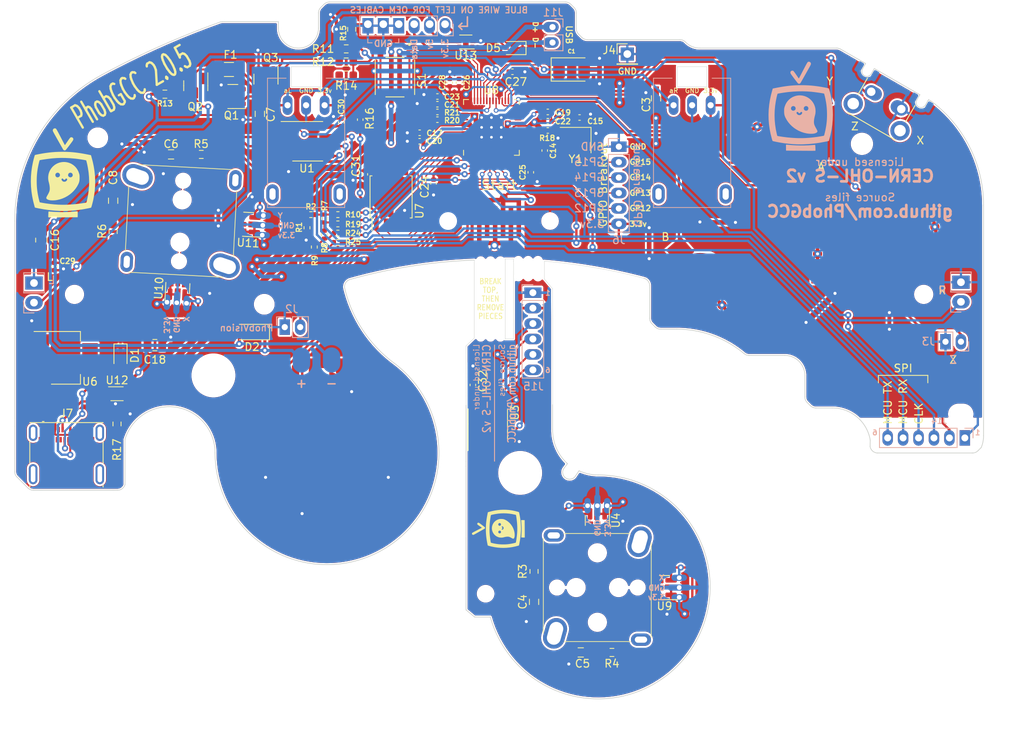
<source format=kicad_pcb>
(kicad_pcb (version 20240108) (generator "pcbnew") (generator_version "8.0")
  (layers (0 "F.Cu" signal) (31 "B.Cu" signal) (36 "B.SilkS" user "B.Silkscreen") (37 "F.SilkS" user "F.Silkscreen") (38 "B.Mask" user) (39 "F.Mask" user) (44 "Edge.Cuts" user))
  (net 0 "")
  (net 1 "GND")
  (net 2 "+3V3")
  (net 3 "/A")
  (net 4 "/B")
  (net 5 "/X")
  (net 6 "/Y")
  (net 7 "/R")
  (net 8 "/Start")
  (net 9 "/Z")
  (net 10 "/Dleft")
  (net 11 "/Dup")
  (net 12 "/Dright")
  (net 13 "/Ddown")
  (net 14 "/Lanalog")
  (net 15 "/Ranalog")
  (net 16 "/L")
  (net 17 "/Stick_x_filt")
  (net 18 "/Stick_y_filt")
  (net 19 "/Ladder1")
  (net 20 "/Rumble")
  (net 21 "/C_x_filt")
  (net 22 "/C_y_filt")
  (net 23 "Net-(D1-A)")
  (net 24 "Net-(D2-A)")
  (net 25 "Net-(D5-A)")
  (net 26 "/Brake")
  (net 27 "Net-(Q3-D)")
  (net 29 "VCC")
  (net 32 "/XIN")
  (net 33 "Net-(C15-Pad1)")
  (net 34 "+1V1")
  (net 35 "+5V")
  (net 36 "/V")
  (net 37 "/USB_D+")
  (net 38 "/USB_D-")
  (net 39 "/~{USB_BOOT}")
  (net 40 "/QSPI_SS")
  (net 41 "/XOUT")
  (net 44 "/QSPI_SD1")
  (net 45 "/QSPI_SD2")
  (net 46 "/QSPI_SD0")
  (net 47 "/QSPI_SCLK")
  (net 48 "/QSPI_SD3")
  (net 49 "/Ladder2")
  (net 50 "/Ladder3")
  (net 51 "/Ladder4")
  (net 52 "Net-(R1-Pad1)")
  (net 53 "Net-(R10-Pad1)")
  (net 54 "Net-(R19-Pad1)")
  (net 55 "Net-(R24-Pad1)")
  (net 56 "/GPIO12")
  (net 57 "/GPIO13")
  (net 58 "/GPIO14")
  (net 59 "/GPIO15")
  (net 60 "/SWCLK")
  (net 61 "/SWD")
  (net 62 "/RUN")
  (net 63 "/CS2")
  (net 64 "/CLK")
  (net 65 "/Dout")
  (net 66 "/Din")
  (net 67 "/GCC_DATA")
  (net 68 "/CS1")
  (net 69 "/H1XS")
  (net 70 "/H1YS")
  (net 71 "/H2YS")
  (net 72 "/H2XS")
  (net 74 "/CLK2")
  (net 75 "/Dout2")
  (net 76 "/Din2")
  (net 77 "/CS2_2")
  (net 78 "/GND_C")
  (net 79 "/USB_D-_Raw")
  (net 80 "/USB_D+_Raw")
  (net 82 "/GCC_3.3V")
  (net 92 "Net-(Q1-D)")
  (net 93 "Net-(Q1-G)")
  (net 94 "Net-(Q3-G)")
  (net 96 "Net-(U8-USB_DP)")
  (net 97 "Net-(U8-USB_DM)")
  (footprint "PhobGCC_2_0_0_footprints:ABXY_Contact_Omron_Switch_Circley" (layer "F.Cu") (at 152.24 51.08)
    (property "Reference" "SW1" (hide yes))
    (property "Value" "A" (hide yes))
  )
  (footprint "PhobGCC_2_0_0_footprints:ABXY_Contact_Omron_Switch_Circley" (layer "F.Cu") (at 137.04 58.78 41)
    (property "Reference" "SW2" (hide yes))
    (property "Value" "B" (hide yes))
  )
  (footprint "PhobGCC_2_0_0_footprints:Z_Switch_Edge_Omron" (layer "F.Cu") (at 161.141443 35.505 -30)
    (property "Reference" "SW8" (hide yes))
    (property "Value" "Z" (hide yes))
  )
  (footprint "PhobGCC_2_0_0_footprints:Dpad_Contact_TL3315NF_2" (layer "F.Cu") (at 80.74 81.13 180)
    (property "Reference" "SW9" (hide yes))
    (property "Value" "Dleft" (hide yes))
  )
  (footprint "PhobGCC_2_0_0_footprints:Dpad_Contact_TL3315NF_2" (layer "F.Cu") (at 88.69 73.18 -90)
    (property "Reference" "SW10" (hide yes))
    (property "Value" "Dup" (hide yes))
  )
  (footprint "PhobGCC_2_0_0_footprints:Dpad_Contact_TL3315NF_2" (layer "F.Cu") (at 96.64 81.13 180)
    (property "Reference" "SW11" (hide yes))
    (property "Value" "Dright" (hide yes))
  )
  (footprint "PhobGCC_2_0_0_footprints:Dpad_Contact_TL3315NF_2" (layer "F.Cu") (at 88.69 89.08 90)
    (property "Reference" "SW12" (hide yes))
    (property "Value" "Ddown" (hide yes))
  )
  (footprint "PhobGCC_2_0_0_footprints:GCC_Stickbox_Hall_Only" (layer "F.Cu") (at 69.795083 51.128232 177)
    (property "Reference" "U2" (hide yes))
    (property "Value" "Stickbox_Assembly_Main")
  )
  (footprint "PhobGCC_2_0_0_footprints:C_0603_HandSoldering" (layer "F.Cu") (at 80 37.25 -90)
    (property "Reference" "C7")
    (property "Value" "0.047u")
  )
  (footprint "PhobGCC_2_0_0_footprints:C_0603_HandSoldering" (layer "F.Cu") (at 131.318 35.24 90)
    (property "Reference" "C3")
    (property "Value" "0.047u")
  )
  (footprint "PhobGCC_2_0_0_footprints:Start_Contact" (layer "F.Cu") (at 110.99 51.18)
    (property "Reference" "SW5" (hide yes))
    (property "Value" "Start")
  )
  (footprint "PhobGCC_2_0_0_footprints:ABXY_Contact_Omron_Switch_Circley" (layer "F.Cu") (at 148.24 36.98 -63)
    (property "Reference" "SW4" (hide yes))
    (property "Value" "Y" (hide yes))
  )
  (footprint "PhobGCC_2_0_0_footprints:MountingHole_5.2mm" (layer "F.Cu") (at 73.99 71.13)
    (property "Reference" "H1" (hide yes))
    (property "Value" "5.2mm")
  )
  (footprint "PhobGCC_2_0_0_footprints:MountingHole_2.0mm" (layer "F.Cu") (at 55.99 60.63)
    (property "Reference" "H3" (hide yes))
    (property "Value" "2mm")
  )
  (footprint "PhobGCC_2_0_0_footprints:MountingHole_1.8mm" (layer "F.Cu") (at 104.39 51.13)
    (property "Reference" "H5" (hide yes))
    (property "Value" "1.8mm")
  )
  (footprint "PhobGCC_2_0_0_footprints:MountingHole_1.8mm" (layer "F.Cu") (at 117.59 51.13)
    (property "Reference" "H6" (hide yes))
    (property "Value" "1.8mm")
  )
  (footprint "PhobGCC_2_0_0_footprints:MountingHole_2.4mm" (layer "F.Cu") (at 157.99 41.13)
    (property "Reference" "H7" (hide yes))
    (property "Value" "2.4mm")
  )
  (footprint "PhobGCC_2_0_0_footprints:MountingHole_2.0mm" (layer "F.Cu") (at 165.99 60.63)
    (property "Reference" "H4" (hide yes))
    (property "Value" "2mm")
  )
  (footprint "PhobGCC_2_0_0_footprints:MountingHole_2.2mm" (layer "F.Cu") (at 59.006622 40.346621)
    (property "Reference" "H8" (hide yes))
    (property "Value" "2.2mm")
  )
  (footprint "PhobGCC_2_0_0_footprints:ABXY_Contact_Omron_Switch_Circley" (layer "F.Cu") (at 166.54 47.68 12)
    (property "Reference" "SW3" (hide yes))
    (property "Value" "X" (hide yes))
  )
  (footprint "PhobGCC_2_0_0_footprints:Slot" (layer "F.Cu") (at 170.79 76.13)
    (property "Reference" "H2" (hide yes))
    (property "Value" "Slot")
  )
  (footprint "PhobGCC_2_0_0_footprints:MountingHole_2.2mm" (layer "F.Cu") (at 80.573378 61.913378)
    (property "Reference" "H9" (hide yes))
    (property "Value" "2.2mm")
  )
  (footprint "PhobGCC_2_0_0_footprints:Fuse_1206_3216Metric" (layer "F.Cu") (at 76 31.5)
    (property "Reference" "F1")
    (property "Value" "Fuse")
  )
  (footprint "PhobGCC_2_0_0_footprints:R_0603_1608Metric_Pad0.98x0.95mm_HandSolder" (layer "F.Cu") (at 91.19 32.23)
    (property "Reference" "R14")
    (property "Value" "10k")
  )
  (footprint "PhobGCC_2_0_0_footprints:SOIC-8_5.23x5.23mm_P1.27mm" (layer "F.Cu") (at 97 48 90)
    (property "Reference" "U7")
    (property "Value" "W25Q128JVS")
  )
  (footprint "PhobGCC_2_0_0_footprints:R_0402_1005Metric" (layer "F.Cu") (at 90.106 51.5)
    (property "Reference" "R19")
    (property "Value" "316")
  )
  (footprint "PhobGCC_2_0_0_footprints:R_0402_1005Metric" (layer "F.Cu") (at 86.606 50.3 180)
    (property "Reference" "R2")
    (property "Value" "180")
  )
  (footprint "Diode_SMD:D_SOD-323" (layer "F.Cu") (at 112.9792 28.7274 180)
    (property "Reference" "D5")
    (property "Value" "CUS10S30,H3F" (hide yes))
  )
  (footprint "PhobGCC_2_0_0_footprints:C_0402_1005Metric" (layer "F.Cu") (at 100.7 39.7 180)
    (property "Reference" "C17")
    (property "Value" "100n")
  )
  (footprint "PhobGCC_2_0_0_footprints:SOT-223-3_TabPin2" (layer "F.Cu") (at 54.85 68.85)
    (property "Reference" "U6")
    (property "Value" "AMS1117-3.3")
  )
  (footprint "PhobGCC_2_0_0_footprints:C_0402_1005Metric" (layer "F.Cu") (at 53.369189 57.02 -90)
    (property "Reference" "C29")
    (property "Value" "100n")
  )
  (footprint "Library:phobtv_bold_big" (layer "F.Cu") (at 54.5 44.9)
    (property "Reference" "Gphobtvbigback" (hide yes))
    (property "Value" "LOGO" (hide yes))
  )
  (footprint "PhobGCC_2_0_0_footprints:Crystal_SMD_3225-4Pin_3.2x2.5mm" (layer "F.Cu") (at 120.9 40.65 180)
    (property "Reference" "Y1")
    (property "Value" "Crystal_GND24")
  )
  (footprint "PhobGCC_2_0_0_footprints:C_0402_1005Metric" (layer "F.Cu") (at 103 37)
    (property "Reference" "R21")
    (property "Value" "27")
  )
  (footprint "Package_TO_SOT_SMD:SOT-666" (layer "F.Cu") (at 106.68 27.94 180)
    (property "Reference" "U13")
    (property "Value" "USBLC6-2P6")
  )
  (footprint "PhobGCC_2_0_0_footprints:R_0402_1005Metric" (layer "F.Cu") (at 88.356 50.8 90)
    (property "Reference" "R7")
    (property "Value" "180")
  )
  (footprint "PhobGCC_2_0_0_footprints:C_0402_1005Metric" (layer "F.Cu") (at 103 38)
    (property "Reference" "R20")
    (property "Value" "27")
  )
  (footprint "PhobGCC_2_0_0_footprints:C_0603_HandSoldering" (layer "F.Cu") (at 121.568 107.01 180)
    (property "Reference" "C5")
    (property "Value" "0.047u")
  )
  (footprint "PhobGCC_2_0_0_footprints:SW_TS-1187A-B-A-B" (layer "F.Cu") (at 97.5 32.5 -90)
    (property "Reference" "S1")
    (property "Value" "BOOTSEL")
  )
  (footprint "PhobGCC_2_0_0_footprints:C_0402_1005Metric" (layer "F.Cu") (at 105.8 33.2 90)
    (property "Reference" "C26")
    (property "Value" "100n")
  )
  (footprint "PhobGCC_2_0_0_footprints:SOT-23" (layer "F.Cu") (at 132.418 98.61 180)
    (property "Reference" "U9")
    (property "Value" "DRV5055A3xDBZxQ1")
  )
  (footprint "Library:phobtv_bold_smol" (layer "F.Cu") (at 110.9 91 90)
    (property "Reference" "Gtvsmallfrontc" (hide yes))
    (property "Value" "LOGO" (hide yes))
  )
  (footprint "PhobGCC_2_0_0_footprints:C_0402_1005Metric" (layer "F.Cu") (at 102.5 46.25 -90)
    (property "Reference" "C24")
    (property "Value" "100n")
  )
  (footprint "PhobGCC_2_0_0_footprints:C_0402_1005Metric" (layer "F.Cu") (at 90.551 38.354 90)
    (property "Reference" "C30")
    (property "Value" "100n")
  )
  (footprint "Capacitor_Tantalum_SMD:CP_EIA-3528-12_Kemet-T_Pad1.50x2.35mm_HandSolder" (layer "F.Cu") (at 120.375 31.5)
    (property "Reference" "C1")
    (property "Value" "47u" (hide yes))
  )
  (footprint "PhobGCC_2_0_0_footprints:SOT-23" (layer "F.Cu") (at 123.716 89.91 -90)
    (property "Reference" "U4")
    (property "Value" "DRV5055A3xDBZxQ1")
  )
  (footprint "PhobGCC_2_0_0_footprints:R_0402_1005Metric" (layer "F.Cu") (at 90.106 50.3)
    (property "Reference" "R10")
    (property "Value" "316")
  )
  (footprint "PhobGCC_2_0_0_footprints:C_0402_1005Metric" (layer "F.Cu") (at 116.9 42 -90)
    (property "Reference" "C14")
    (property "Value" "27p")
  )
  (footprint "PhobGCC_2_0_0_footprints:C_0402_1005Metric" (layer "F.Cu") (at 107.5944 72.3646 90)
    (property "Reference" "C32")
    (property "Value" "100n")
  )
  (footprint "PhobGCC_2_0_0_footprints:R_0402_1005Metric" (layer "F.Cu") (at 87.056 54.5 90)
    (property "Reference" "R9")
    (property "Value" "180")
  )
  (footprint "PhobGCC_2_0_0_footprints:C_0805_2012Metric" (layer "F.Cu") (at 51.7 53.6 -90)
    (property "Reference" "C16")
    (property "Value" "10u")
  )
  (footprint "PhobGCC_2_0_0_footprints:R_0402_1005Metric" (layer "F.Cu") (at 86.106 52 -90)
    (property "Reference" "R1")
    (property "Value" "180")
  )
  (footprint "PhobGCC_2_0_0_footprints:SOIC-8_3.9x4.9mm_P1.27mm" (layer "F.Cu") (at 109.518 77.41 90)
    (property "Reference" "U3")
    (property "Value" "MCP3202")
  )
  (footprint "PhobGCC_2_0_0_footprints:C_0402_1005Metric" (layer "F.Cu") (at 117.3 38.2)
    (property "Reference" "C22")
    (property "Value" "100n")
  )
  (footprint "PhobGCC_2_0_0_footprints:RP2040-QFN-56" (layer "F.Cu") (at 110 39 90)
    (property "Reference" "U8")
    (property "Value" "RP2040")
  )
  (footprint "PhobGCC_2_0_0_footprints:C_0402_1005Metric" (layer "F.Cu") (at 100.7 40.8 180)
    (property "Reference" "C20")
    (property "Value" "100n")
  )
  (footprint "PhobGCC_2_0_0_footprints:SOT-23" (layer "F.Cu") (at 80.79 32.75 -90)
    (property "Reference" "Q3")
    (property "Value" "Q_NMOS_GSD")
  )
  (footprint "PhobGCC_2_0_0_footprints:R_0402_1005Metric" (layer "F.Cu") (at 90.106 53.9)
    (property "Reference" "R25")
    (property "Value" "316")
  )
  (footprint "PhobGCC_2_0_0_footprints:R_0603_1608Metric_Pad0.98x0.95mm_HandSolder" (layer "F.Cu") (at 67.7 34.7 180)
    (property "Reference" "R13")
    (property "Value" "10k")
  )
  (footprint "PhobGCC_2_0_0_footprints:PinHeader_1x01_P2.54mm_Vertical" (layer "F.Cu") (at 127.6 29.5)
    (property "Reference" "J4")
    (property "Value" "Conn_01x01")
  )
  (footprint "PhobGCC_2_0_0_footprints:C_0603_HandSoldering" (layer "F.Cu") (at 115.518 100.46 -90)
    (property "Reference" "C4")
    (property "Value" "0.047u")
  )
  (footprint "PhobGCC_2_0_0_footprints:breakaway-mousebites-double-v2-small" (layer "F.Cu") (at 114.5272 56.049325 180)
    (property "Reference" "H14" (hide yes))
    (property "Value" "MouseBite" (hide yes))
  )
  (footprint "PhobGCC_2_0_0_footprints:C_0603_HandSoldering" (layer "F.Cu") (at 68.5 42.5 180)
    (property "Reference" "C6")
    (property "Value" "0.047u")
  )
  (footprint "Connector_USB:USB_C_Receptacle_Molex_105450-0101" (layer "F.Cu") (at 54.95 81.365)
    (property "Reference" "J7")
    (property "Value" "USB-C")
  )
  (footprint "PhobGCC_2_0_0_footprints:C_0402_1005Metric" (layer "F.Cu") (at 93.599 45.085 -90)
    (property "Reference" "C31")
    (property "Value" "100n")
  )
  (footprint "PhobGCC_2_0_0_footprints:R_0603_1608Metric_Pad0.98x0.95mm_HandSolder" (layer "F.Cu") (at 91.9 26.3 -90)
    (property "Reference" "R15")
    (property "Value" "10k")
  )
  (footprint "PhobGCC_2_0_0_footprints:R_0603_1608Metric_Pad0.98x0.95mm_HandSolder" (layer "F.Cu") (at 115.518 96.51 90)
    (property "Reference" "R3")
    (property "Value" "2k")
  )
  (footprint "PhobGCC_2_0_0_footprints:C_0402_1005Metric" (layer "F.Cu") (at 117.3 39.4)
    (property "Reference" "R18")
    (property "Value" "1k")
  )
  (footprint "PhobGCC_2_0_0_footprints:R_0402_1005Metric" (layer "F.Cu") (at 90.106 52.7)
    (property "Reference" "R24")
    (property "Value" "316")
  )
  (footprint "PhobGCC_2_0_0_footprints:SOT-23" (layer "F.Cu") (at 78.475 51.575 177)
    (property "Reference" "U11")
    (property "Value" "DRV5055A3xDBZxQ1")
  )
  (footprint "PhobGCC_2_0_0_footprints:GCC_Stickbox_Hall_Only" (layer "F.Cu") (at 123.719 98.604552 -90)
    (property "Reference" "U5" (hide yes))
    (property "Value" "Stickbox_Assembly_CStick")
  )
  (footprint "PhobGCC_2_0_0_footprints:SOT-23" (layer "F.Cu") (at 69.350935 59.811215 87)
    (property "Reference" "U10")
    (property "Value" "DRV5055A3xDBZxQ1")
  )
  (footprint "PhobGCC_2_0_0_footprints:R_0603_1608Metric_Pad0.98x0.95mm_HandSolder" (layer "F.Cu") (at 125.6055 107.01)
    (property "Reference" "R4")
    (property "Value" "2k")
  )
  (footprint "Package_TO_SOT_SMD:SOT-666" (layer "F.Cu") (at 61.5 73.5)
    (property "Reference" "U12")
    (property "Value" "USBLC6-2P6")
  )
  (footprint "PhobGCC_2_0_0_footprints:breakaway-mousebites-double-v2-large" (layer "F.Cu") (at 110.1104 62.67685)
    (property "Reference" "H15" (hide yes))
    (property "Value" "MouseBite" (hide yes))
  )
  (footprint "PhobGCC_2_0_0_footprints:R_0603_1608Metric_Pad0.98x0.95mm_HandSolder" (layer "F.Cu") (at 61 52.5 -90)
    (property "Reference" "R6")
    (property "Value" "2k")
  )
  (footprint "Diode_SMD:D_SOD-323" (layer "F.Cu") (at 61.95 68.55 -90)
    (property "Reference" "D1")
    (property "Value" "CUS10S30,H3F")
  )
  (footprint "PhobGCC_2_0_0_footprints:MountingHole_5.2mm" (layer "F.Cu") (at 113.719 83.754552 90)
    (property "Reference" "H11" (hide yes))
    (property "Value" "MountingHole")
  )
  (footprint "PhobGCC_2_0_0_footprints:R_0402_1005Metric" (layer "F.Cu") (at 88.356 52.9 90)
    (property "Reference" "R8")
    (property "Value" "180")
  )
  (footprint "PhobGCC_2_0_0_footprints:C_0402_1005Metric" (layer "F.Cu") (at 104.6 33.2 90)
    (property "Reference" "C28")
    (property "Value" "100n")
  )
  (footprint "PhobGCC_2_0_0_footprints:C_0402_1005Metric" (layer "F.Cu") (at 103 36 180)
    (property "Reference" "C21")
    (property "Value" "1u")
  )
  (footprint "PhobGCC_2_0_0_footprints:SOT-23" (layer "F.Cu") (at 76.5 35 180)
    (property "Reference" "Q1")
    (property "Value" "Q_NMOS_GSD")
  )
  (footprint "Resistor_SMD:R_0603_1608Metric_Pad0.98x0.95mm_HandSolder" (layer "F.Cu") (at 61.5 77.4125 90)
    (property "Reference" "R17")
    (property "Value" "100k")
  )
  (footprint "PhobGCC_2_0_0_footprints:C_0402_1005Metric" (layer "F.Cu") (at 93 38 90)
    (property "Reference" "R16")
    (property "Value" "1k")
  )
  (footprint "PhobGCC_2_0_0_footprints:C_0402_1005Metric" (layer "F.Cu") (at 121.412 37.719)
    (property "Reference" "C15")
    (property "Value" "27p")
  )
  (footprint "PhobGCC_2_0_0_footprints:D_SOD-123" (layer "F.Cu") (at 79 65.51 180)
    (property "Reference" "D2")
    (property "Value" "M7C")
  )
  (footprint "PhobGCC_2_0_0_footprints:C_0402_1005Metric" (layer "F.Cu") (at 103 35 180)
    (property "Reference" "C23")
    (property "Value" "1u")
  )
  (footprint "PhobGCC_2_0_0_footprints:MountingHole_2.0mm" (layer "F.Cu") (at 123.719 94.104552 90)
    (property "Reference" "H13" (hide yes))
    (property "Value" "MountingHole")
  )
  (footprint "PhobGCC_2_0_0_footprints:R_0603_1608Metric_Pad0.98x0.95mm_HandSolder" (layer "F.Cu") (at 91.19 28.83 180)
    (property "Reference" "R11")
    (property "Value" "100R")
  )
  (footprint "PhobGCC_2_0_0_footprints:C_0402_1005Metric" (layer "F.Cu") (at 115.1 44.82 -90)
    (property "Reference" "C25")
    (property "Value" "100n")
  )
  (footprint "PhobGCC_2_0_0_footprints:R_0603_1608Metric_Pad0.98x0.95mm_HandSolder" (layer "F.Cu") (at 72.4125 42.5)
    (property "Reference" "R5")
    (property "Value" "2k")
  )
  (footprint "PhobGCC_2_0_0_footprints:MountingHole_2.0mm" (layer "F.Cu") (at 123.719 103.104552 90)
    (property "Reference" "H12" (hide yes))
    (property "Value" "MountingHole")
  )
  (footprint "PhobGCC_2_0_0_footprints:SOIC-8_3.9x4.9mm_P1.27mm" (layer "F.Cu") (at 86.2 40.8)
    (property "Reference" "U1")
    (property "Value" "MCP3202")
  )
  (footprint "PhobGCC_2_0_0_footprints:MountingHole_1.8mm" (layer "F.Cu") (at 109.244 99.404552 90)
    (property "Reference" "H10" (hide yes))
    (property "Value" "MountingHole")
  )
  (footprint "PhobGCC_2_0_0_footprints:C_0603_HandSoldering" (layer "F.Cu") (at 61 48.5 90)
    (property "Reference" "C8")
    (property "Value" "0.047u")
  )
  (footprint "PhobGCC_2_0_0_footprints:C_0402_1005Metric" (layer "F.Cu") (at 112.72 31.8)
    (property "Reference" "C27")
    (property "Value" "100n")
  )
  (footprint "PhobGCC_2_0_0_footprints:C_0805_2012Metric" (layer "F.Cu") (at 66.4 67.2)
    (property "Reference" "C18")
    (property "Value" "10u")
  )
  (footprint "PhobGCC_2_0_0_footprints:SOT-23" (layer "F.Cu") (at 71.7 33.6 -90)
    (property "Reference" "Q2")
    (property "Value" "Q_PMOS_GDS")
  )
  (footprint "PhobGCC_2_0_0_footprints:R_0603_1608Metric_Pad0.98x0.95mm_HandSolder" (layer "F.Cu") (at 91.19 30.53 180)
    (property "Reference" "R12")
    (property "Value" "100R")
  )
  (footprint "PhobGCC_2_0_0_footprints:C_0402_1005Metric" (layer "F.Cu") (at 117.3 37)
    (property "Reference" "C19")
    (property "Value" "100n")
  )
  (footprint "PhobGCC_2_0_0_footprints:Pin_Header_Straight_1x02_Pitch2.54mm" (layer "B.Cu") (at 50.745892 61.699074)
    (property "Reference" "SW6" (hide yes))
    (property "Value" "L" (hide yes))
  )
  (footprint "PhobGCC_2_0_0_footprints:Pin_Header_Straight_1x02_Pitch2.54mm" (layer "B.Cu") (at 170.815 61.595)
    (property "Reference" "SW7" (hide yes))
    (property "Value" "R" (hide yes))
  )
  (footprint "PhobGCC_2_0_0_footprints:GCC_Slider" (layer "B.Cu") (at 135.99 36.13 180)
    (property "Reference" "RV2" (hide yes))
    (property "Value" "R_POT_MountingPin")
  )
  (footprint "PhobGCC_2_0_0_footprints:GCC_Slider" (layer "B.Cu") (at 85.99 36.13 180)
    (property "Reference" "RV1" (hide yes))
    (property "Value" "R_POT_MountingPin")
  )
  (footprint "PhobGCC_2_0_0_footprints:GCC_Header_Straight_1x06_Pitch2.00mm" (layer "B.Cu") (at 103.99 25.63 90)
    (property "Reference" "J1" (hide yes))
    (property "Value" "Conn_01x06_Female")
  )
  (footprint "PhobGCC_2_0_0_footprints:PinHeader_1x02_P2.00mm_Horizontal" (layer "B.Cu") (at 168.815 66.761 -90)
    (property "Reference" "J3")
    (property "Value" "Conn_01x02")
  )
  (footprint "Connector_PinSocket_2.00mm:PinSocket_1x06_P2.00mm_Vertical" (layer "B.Cu") (at 126.5 51.5)
    (property "Reference" "J6")
    (property "Value" "Conn_01x06")
  )
  (footprint "PhobGCC_2_0_0_footprints:PinSocket_1x06_P2.00mm_Vertical" (layer "B.Cu") (at 115.3668 60.41 180)
    (property "Reference" "J15")
    (property "Value" "Conn_01x06")
  )
  (footprint "PhobGCC_2_0_0_footprints:rumble_pins" (layer "B.Cu") (at 86.182 69.118 -90)
    (property "Reference" "J5" (hide yes))
    (property "Value" "Rumble" (hide yes))
  )
  (footprint "PhobGCC_2_0_0_footprints:PinSocket_1x06_P2.00mm_Vertical" (layer "B.Cu") (at 171.3192 79.2226 90)
    (property "Reference" "J14")
    (property "Value" "Conn_01x06")
  )
  (footprint "Library:phobtv_bold_big" (layer "B.Cu") (at 150.0632 36.2712 180)
    (property "Reference" "Gphobtvbigback" (hide yes))
    (property "Value" "LOGO" (hide yes))
  )
  (footprint "PhobGCC_2_0_0_footprints:PinHeader_1x02_P2.00mm_Vertical" (layer "B.Cu") (at 117.91 26.01 180)
    (property "Reference" "J11")
    (property "Value" "Conn_01x02")
  )
  (footprint "PhobGCC_2_0_0_footprints:PinHeader_1x02_P2.00mm_Vertical" (layer "B.Cu") (at 83.2264 64.8716 -90)
    (property "Reference" "J2")
    (property "Value" "Conn_01x02")
  )
  (gr_line (start 106.172 26.3144) (end 105.7656 25.908) (stroke (width 0.2)) (layer "B.SilkS"))
  (gr_line (start 106.8832 24.6888) (end 106.8832 25.908) (stroke (width 0.2)) (layer "B.SilkS"))
  (gr_line (start 94.5388 28.0416) (end 93.98 28.0416) (stroke (width 0.12)) (layer "B.SilkS"))
  (gr_line (start 97.536 28.0416) (end 97.9932 28.0416) (stroke (width 0.12)) (layer "B.SilkS"))
  (gr_line (start 110.4 67.2) (end 110.4 82.2368) (stroke (width 0.12)) (layer "B.SilkS"))
  (gr_line (start 97.9932 28.0416) (end 97.9932 27.5336) (stroke (width 0.12)) (layer "B.SilkS"))
  (gr_line (start 105.7656 25.908) (end 106.172 25.5016) (stroke (width 0.2)) (layer "B.SilkS"))
  (gr_line (start 106.8832 25.908) (end 105.7656 25.908) (stroke (width 0.2)) (layer "B.SilkS"))
  (gr_line (start 93.98 28.0416) (end 93.98 27.5336) (stroke (width 0.12)) (layer "B.SilkS"))
  (gr_line (start 160.1216 71.12) (end 160.1216 72.0852) (stroke (width 0.12)) (layer "F.SilkS"))
  (gr_line (start 166.5224 71.12) (end 166.5224 72.0852) (stroke (width 0.12)) (layer "F.SilkS"))
  (gr_line (start 160.1216 71.12) (end 166.5224 71.12) (stroke (width 0.12)) (layer "F.SilkS"))
  (gr_line (start 84.09 33.73) (end 84.09 31.13) (stroke (width 0.05)) (layer "Edge.Cuts"))
  (gr_line (start 134.09 33.73) (end 134.09 31.13) (stroke (width 0.05)) (layer "Edge.Cuts"))
  (gr_line (start 112.86 66.399391) (end 112.8618 56.326618) (stroke (width 0.05)) (layer "Edge.Cuts"))
  (gr_line (start 160.035421 81.176124) (end 172.317318 81.176124) (stroke (width 0.1)) (layer "Edge.Cuts"))
  (gr_line (start 165.087895 35.462132) (end 165.486672 34.768607) (stroke (width 0.1)) (layer "Edge.Cuts"))
  (gr_arc (start 50.663 86.000043) (mid 50.279394 85.922148) (end 49.954213 85.704256) (stroke (width 0.1)) (layer "Edge.Cuts"))
  (gr_line (start 51.645 86) (end 50.663 86.000043) (stroke (width 0.1)) (layer "Edge.Cuts"))
  (gr_line (start 119.842883 82.558942) (end 119.376378 83.178617) (stroke (width 0.1)) (layer "Edge.Cuts"))
  (gr_line (start 150.597106 71.137107) (end 150.597106 73.922893) (stroke (width 0.1)) (layer "Edge.Cuts"))
  (gr_line (start 152.011319 75.337107) (end 154.134915 75.337107) (stroke (width 0.1)) (layer "Edge.Cuts"))
  (gr_line (start 158.464731 30.730991) (end 155.228573 28.8702) (stroke (width 0.1)) (layer "Edge.Cuts"))
  (gr_arc (start 166.214873 36.110144) (mid 165.327396 36.349596) (end 165.087895 35.462132) (stroke (width 0.1)) (layer "Edge.Cuts"))
  (gr_line (start 134.09 31.13) (end 137.89 31.13) (stroke (width 0.05)) (layer "Edge.Cuts"))
  (gr_arc (start 48.247105 51.137105) (mid 51.28857 40.099145) (end 59.554446 32.176874) (stroke (width 0.1)) (layer "Edge.Cuts"))
  (gr_line (start 173.024425 80.883231) (end 173.438638 80.469018) (stroke (width 0.1)) (layer "Edge.Cuts"))
  (gr_line (start 159.591709 31.379003) (end 159.192932 32.072529) (stroke (width 0.1)) (layer "Edge.Cuts"))
  (gr_line (start 87.89 33.73) (end 84.09 33.73) (stroke (width 0.05)) (layer "Edge.Cuts"))
  (gr_line (start 106.7054 67.308) (end 107.7722 66.292) (stroke (width 0.05)) (layer "Edge.Cuts"))
  (gr_arc (start 129.749616 58.543703) (mid 130.288467 58.899951) (end 130.497106 59.511297) (stroke (width 0.1)) (layer "Edge.Cuts"))
  (gr_line (start 106.715107 101.504552) (end 107.824 102.423717) (stroke (width 0.1)) (layer "Edge.Cuts"))
  (gr_arc (start 90.998864 59.88648) (mid 91.110473 59.140878) (end 91.710992 58.685076) (stroke (width 0.1)) (layer "Edge.Cuts"))
  (gr_arc (start 87.597106 26.137107) (mid 84.997106 28.737107) (end 82.397106 26.137107) (stroke (width 0.1)) (layer "Edge.Cuts"))
  (gr_line (start 87.597106 24.180963) (end 87.597106 26.137107) (stroke (width 0.1)) (layer "Edge.Cuts"))
  (gr_arc (start 87.597106 24.180963) (mid 87.67324 23.798285) (end 87.889999 23.473856) (stroke (width 0.1)) (layer "Edge.Cuts"))
  (gr_arc (start 116.8618 56.326618) (mid 123.353576 57.156903) (end 129.749616 58.543702) (stroke (width 0.05)) (layer "Edge.Cuts"))
  (gr_line (start 166.997106 35.637107) (end 166.61365 35.41662) (stroke (width 0.1)) (layer "Edge.Cuts"))
  (gr_arc (start 131.911318 65.137107) (mid 131.528632 65.060994) (end 131.204212 64.844213) (stroke (width 0.1)) (layer "Edge.Cuts"))
  (gr_arc (start 136.997106 28.737107) (mid 135.981533 28.530562) (end 135.127319 27.943733) (stroke (width 0.1)) (layer "Edge.Cuts"))
  (gr_arc (start 123.824 84.023717) (mid 122.552653 83.885186) (end 121.341069 83.475824) (stroke (width 0.1)) (layer "Edge.Cuts"))
  (gr_line (start 120.874563 84.176335) (end 121.341069 83.475824) (stroke (width 0.1)) (layer "Edge.Cuts"))
  (gr_line (start 130.789999 64.43) (end 131.204212 64.844213) (stroke (width 0.1)) (layer "Edge.Cuts"))
  (gr_line (start 106.718 82.260552) (end 106.717957 82.882552) (stroke (width 0.1)) (layer "Edge.Cuts"))
  (gr_line (start 48.247107 60.692) (end 48.247 51.137105) (stroke (width 0.1)) (layer "Edge.Cuts"))
  (gr_line (start 159.064982 79.503773) (end 159.049408 80.34279) (stroke (width 0.1)) (layer "Edge.Cuts"))
  (gr_line (start 106.717957 92.183552) (end 106.715107 101.504552) (stroke (width 0.1)) (layer "Edge.Cuts"))
  (gr_arc (start 120.704213 23.473856) (mid 120.920996 23.798275) (end 120.997106 24.180963) (stroke (width 0.1)) (layer "Edge.Cuts"))
  (gr_line (start 150.889999 74.63) (end 151.304212 75.044213) (stroke (width 0.1)) (layer "Edge.Cuts"))
  (gr_line (start 111.7788 66.400609) (end 111.7788 56.03) (stroke (width 0.05)) (layer "Edge.Cuts"))
  (gr_line (start 117.924 78.123717) (end 117.924 74.923717) (stroke (width 0.1)) (layer "Edge.Cuts"))
  (gr_arc (start 166.997106 35.637107) (mid 171.965561 41.590379) (end 173.747106 49.137107) (stroke (width 0.1)) (layer "Edge.Cuts"))
  (gr_arc (start 74.833548 25.368395) (mid 74.999242 25.3248) (end 75.169945 25.310115) (stroke (width 0.1)) (layer "Edge.Cuts"))
  (gr_line (start 88.304212 23.059643) (end 87.889999 23.473856) (stroke (width 0.1)) (layer "Edge.Cuts"))
  (gr_line (start 112.8618 56.03) (end 112.8618 56.326618) (stroke (width 0.05)) (layer "Edge.Cuts"))
  (gr_arc (start 133.997106 65.137106) (mid 138.639987 65.953411) (end 142.725996 68.304417) (stroke (width 0.1)) (layer "Edge.Cuts"))
  (gr_arc (start 143.367271 68.537106) (mid 143.026181 68.477126) (end 142.725996 68.304417) (stroke (width 0.1)) (layer "Edge.Cuts"))
  (gr_line (start 166.61365 35.41662) (end 166.214873 36.110145) (stroke (width 0.1)) (layer "Edge.Cuts"))
  (gr_line (start 60.946 86) (end 51.645 86) (stroke (width 0.1)) (layer "Edge.Cuts"))
  (gr_line (start 137.89 31.13) (end 137.89 33.73) (stroke (width 0.05)) (layer "Edge.Cuts"))
  (gr_line (start 120.997106 26.224375) (end 120.997106 24.180963) (stroke (width 0.1)) (layer "Edge.Cuts"))
  (gr_arc (start 122.411319 27.638589) (mid 122.028633 27.562474) (end 121.704212 27.345696) (stroke (width 0.1)) (layer "Edge.Cuts"))
  (gr_line (start 82.397106 25.310115) (end 75.169945 25.310115) (stroke (width 0.1)) (layer "Edge.Cuts"))
  (gr_line (start 120.704212 23.473856) (end 120.289999 23.059643) (stroke (width 0.1)) (layer "Edge.Cuts"))
  (gr_line (start 48.247 81.87868) (end 48.247 77.722893) (stroke (width 0.1)) (layer "Edge.Cuts"))
  (gr_arc (start 62.525292 79.424399) (mid 69.101063 75.238705) (end 74.197105 81.137107) (stroke (width 0.1)) (layer "Edge.Cuts"))
  (gr_line (start 62.525292 79.424399) (end 62.525292 81.128655) (stroke (width 0.1)) (layer "Edge.Cuts"))
  (gr_line (start 84.09 31.13) (end 87.89 31.13) (stroke (width 0.05)) (layer "Edge.Cuts"))
  (gr_arc (start 154.134914 75.337106) (mid 157.362394 76.518301) (end 159.064982 79.503773) (stroke (width 0.1)) (layer "Edge.Cuts"))
  (gr_line (start 165.486672 34.768607) (end 159.591709 31.379003) (stroke (width 0.1)) (layer "Edge.Cuts"))
  (gr_arc (start 121.289999 26.931482) (mid 121.073232 26.607056) (end 120.997106 26.224375) (stroke (width 0.1)) (layer "Edge.Cuts"))
  (gr_line (start 130.497106 59.511297) (end 130.497106 63.722893) (stroke (width 0.1)) (layer "Edge.Cuts"))
  (gr_line (start 48.247107 60.692) (end 48.247107 76.664) (stroke (width 0.1)) (layer "Edge.Cuts"))
  (gr_arc (start 97.361544 69.510519) (mid 95.201553 94.096358) (end 74.197105 81.137107) (stroke (width 0.1)) (layer "Edge.Cuts"))
  (gr_line (start 111.7788 66.400609) (end 112.86 66.399391) (stroke (width 0.05)) (layer "Edge.Cuts"))
  (gr_arc (start 88.304212 23.059642) (mid 88.628634 22.842865) (end 89.011319 22.766749) (stroke (width 0.1)) (layer "Edge.Cuts"))
  (gr_line (start 82.397106 26.137107) (end 82.397106 25.310115) (stroke (width 0.1)) (layer "Edge.Cuts"))
  (gr_line (start 62.525292 81.128655) (end 62.525291 85.284442) (stroke (width 0.1)) (layer "Edge.Cuts"))
  (gr_line (start 107.824 102.423717) (end 109.858328 102.423717) (stroke (width 0.1)) (layer "Edge.Cuts"))
  (gr_arc (start 152.011318 75.337107) (mid 151.628632 75.260994) (end 151.304212 75.044213) (stroke (width 0.1)) (layer "Edge.Cuts"))
  (gr_line (start 134.40817 27.638589) (end 122.411319 27.638589) (stroke (width 0.1)) (layer "Edge.Cuts"))
  (gr_line (start 117.924 63.695835) (end 117.9068 59.8932) (stroke (width 0.05)) (layer "Edge.Cuts"))
  (gr_arc (start 59.554445 32.176874) (mid 67.06439 28.481781) (end 74.833548 25.368394) (stroke (width 0.1)) (layer "Edge.Cuts"))
  (gr_line (start 173.747106 78.922893) (end 173.747106 49.137107) (stroke (width 0.1)) (layer "Edge.Cuts"))
  (gr_arc (start 150.889999 74.63) (mid 150.673227 74.305576) (end 150.597106 73.922893) (stroke (width 0.1)) (layer "Edge.Cuts"))
  (gr_line (start 117.9068 59.8932) (end 116.8618 58.645093) (stroke (width 0.05)) (layer "Edge.Cuts"))
  (gr_arc (start 160.03542 81.176124) (mid 159.389924 80.939885) (end 159.049408 80.34279) (stroke (width 0.1)) (layer "Edge.Cuts"))
  (gr_line (start 119.582892 22.766749) (end 89.011319 22.766749) (stroke (width 0.1)) (layer "Edge.Cuts"))
  (gr_line (start 154.730102 28.737107) (end 136.997106 28.737107) (stroke (width 0.1)) (layer "Edge.Cuts"))
  (gr_line (start 87.89 31.13) (end 87.89 33.73) (stroke (width 0.05)) (layer "Edge.Cuts"))
  (gr_line (start 48.54 84.290043) (end 49.954213 85.704256) (stroke (width 0.1)) (layer "Edge.Cuts"))
  (gr_line (start 48.247 81.87868) (end 48.247 83.582936) (stroke (width 0.1)) (layer "Edge.Cuts"))
  (gr_line (start 158.065954 31.424516) (end 158.464731 30.730991) (stroke (width 0.1)) (layer "Edge.Cuts"))
  (gr_arc (start 159.192932 32.072528) (mid 158.305412 32.312055) (end 158.065954 31.424516) (stroke (width 0.1)) (layer "Edge.Cuts"))
  (gr_arc (start 91.710992 58.685076) (mid 99.669286 56.966979) (end 107.773266 56.1848) (stroke (width 0.1)) (layer "Edge.Cuts"))
  (gr_line (start 111.7788 56.03) (end 112.8618 56.03) (stroke (width 0.05)) (layer "Edge.Cuts"))
  (gr_line (start 137.89 33.73) (end 134.09 33.73) (stroke (width 0.05)) (layer "Edge.Cuts"))
  (gr_arc (start 173.024425 80.883231) (mid 172.7 81.1) (end 172.317318 81.176124) (stroke (width 0.1)) (layer "Edge.Cuts"))
  (gr_line (start 117.924 74.923717) (end 117.924 63.695835) (stroke (width 0.05)) (layer "Edge.Cuts"))
  (gr_line (start 106.717957 82.882552) (end 106.717957 92.183552) (stroke (width 0.1)) (layer "Edge.Cuts"))
  (gr_arc (start 173.747106 78.922894) (mid 173.669241 79.711192) (end 173.438638 80.469017) (stroke (width 0.1)) (layer "Edge.Cuts"))
  (gr_arc (start 119.582893 22.766749) (mid 119.965576 22.84287) (end 120.289999 23.059643) (stroke (width 0.1)) (layer "Edge.Cuts"))
  (gr_arc (start 97.361543 69.510519) (mid 93.338817 65.254761) (end 90.998865 59.886481) (stroke (width 0.1)) (layer "Edge.Cuts"))
  (gr_arc (start 147.997106 68.537107) (mid 149.835579 69.298634) (end 150.597106 71.137107) (stroke (width 0.1)) (layer "Edge.Cuts"))
  (gr_line (start 116.8618 56.326618) (end 116.8618 58.645093) (stroke (width 0.05)) (layer "Edge.Cuts"))
  (gr_arc (start 120.874563 84.176335) (mid 119.62663 84.426541) (end 119.376378 83.178617) (stroke (width 0.1)) (layer "Edge.Cuts"))
  (gr_line (start 48.247107 76.664) (end 48.247 77.722893) (stroke (width 0.1)) (layer "Edge.Cuts"))
  (gr_arc (start 134.40817 27.638589) (mid 134.79878 27.718019) (end 135.127319 27.943733) (stroke (width 0.1)) (layer "Edge.Cuts"))
  (gr_arc (start 123.824 84.023717) (mid 135.374437 107.290544) (end 109.858328 102.423717) (stroke (width 0.1)) (layer "Edge.Cuts"))
  (gr_line (start 106.718 82.260552) (end 106.718 75.005) (stroke (width 0.1)) (layer "Edge.Cuts"))
  (gr_line (start 61.57 86.000043) (end 60.946 86) (stroke (width 0.1)) (layer "Edge.Cuts"))
  (gr_arc (start 154.730102 28.737106) (mid 154.988068 28.770953) (end 155.228573 28.8702) (stroke (width 0.1)) (layer "Edge.Cuts"))
  (gr_line (start 121.704212 27.345696) (end 121.289999 26.931482) (stroke (width 0.1)) (layer "Edge.Cuts"))
  (gr_arc (start 62.525291 85.284442) (mid 62.165514 85.799593) (end 61.57 86.000043) (stroke (width 0.1)) (layer "Edge.Cuts"))
  (gr_line (start 106.718 75.005) (end 106.7054 67.308) (stroke (width 0.05)) (layer "Edge.Cuts"))
  (gr_line (start 107.7722 66.292) (end 107.773266 56.1848) (stroke (width 0.05)) (layer "Edge.Cuts"))
  (gr_line (start 143.367271 68.537107) (end 147.997106 68.537107) (stroke (width 0.1)) (layer "Edge.Cuts"))
  (gr_arc (start 119.842883 82.558942) (mid 118.408321 80.546889) (end 117.924 78.123717) (stroke (width 0.1)) (layer "Edge.Cuts"))
  (gr_arc (start 130.789999 64.43) (mid 130.573227 64.105576) (end 130.497106 63.722893) (stroke (width 0.1)) (layer "Edge.Cuts"))
  (gr_arc (start 48.539999 84.290043) (mid 48.323193 83.96562) (end 48.247 83.582936) (stroke (width 0.1)) (layer "Edge.Cuts"))
  (gr_line (start 131.911319 65.137107) (end 133.997106 65.137107) (stroke (width 0.1)) (layer "Edge.Cuts"))
  (gr_text "X" (at 132.4864 97.3328 0) (layer "B.SilkS") (effects (font (size 0.7 0.7)) (justify left mirror)))
  (gr_text "github.com/PhobGCC" (at 157.734 49.8856 0) (layer "B.SilkS") (effects (font (size 1.5 1.5) (thickness 0.35)) (justify mirror)))
  (gr_text "github.com/PhobGCC" (at 112.6352 66.9968 90) (layer "B.SilkS") (effects (font (size 1 0.8)) (justify left mirror)))
  (gr_text "R" (at 168.402 60.0964 0) (layer "B.SilkS") (effects (font (size 1 1)) (justify mirror)))
  (gr_text "Source files" (at 111.3652 66.9968 90) (layer "B.SilkS") (effects (font (size 0.75 0.75) (thickness 0.1)) (justify left mirror)))
  (gr_text "PhobVision" (at 78.2828 64.9732 0) (layer "B.SilkS") (effects (font (size 0.85 0.85)) (justify mirror)))
  (gr_text "6" (at 159.6644 78.5368 0) (layer "B.SilkS") (effects (font (size 0.65 0.65)) (justify mirror)))
  (gr_text "Data" (at 99.9744 27.432 90) (layer "B.SilkS") (effects (font (size 0.8 0.8)) (justify left mirror)))
  (gr_text "3.3v" (at 103.9876 27.432 90) (layer "B.SilkS") (effects (font (size 0.8 0.8)) (justify left mirror)))
  (gr_text "3.3v" (at 67.9196 63.3984 270) (layer "B.SilkS") (effects (font (size 0.7 0.7)) (justify right mirror)))
  (gr_text "GP12" (at 124.714 49.4792 0) (layer "B.SilkS") (effects (font (size 1 1)) (justify left mirror)))
  (gr_text "3.3v" (at 82.2452 52.9844 0) (layer "B.SilkS") (effects (font (size 0.7 0.7)) (justify right mirror)))
  (gr_text "CERN-OHL-S v2" (at 109.384 66.9968 90) (layer "B.SilkS") (effects (font (size 1 0.9)) (justify left mirror)))
  (gr_text "3.3v" (at 124.714 51.5112 0) (layer "B.SilkS") (effects (font (size 1 1)) (justify left mirror)))
  (gr_text "GP14" (at 124.714 45.466 0) (layer "B.SilkS") (effects (font (size 1 1)) (justify left mirror)))
  (gr_text "GND" (at 123.698 89.7128 270) (layer "B.SilkS") (effects (font (size 0.7 0.7)) (justify right mirror)))
  (gr_text "L" (at 53.086 58.7756 0) (layer "B.SilkS") (effects (font (size 1 1)) (justify mirror)))
  (gr_text "GND" (at 82.2452 51.7144 0) (layer "B.SilkS") (effects (font (size 0.7 0.7)) (justify right mirror)))
  (gr_text "3.3v" (at 125.0188 89.7128 270) (layer "B.SilkS") (effects (font (size 0.7 0.7)) (justify right mirror)))
  (gr_text "GND" (at 132.588 98.6536 0) (layer "B.SilkS") (effects (font (size 0.7 0.7)) (justify left mirror)))
  (gr_text "GND" (at 124.714 41.5 0) (layer "B.SilkS") (effects (font (size 1 1)) (justify left mirror)))
  (gr_text "6" (at 117.2972 70.4596 0) (layer "B.SilkS") (effects (font (size 0.65 0.65)) (justify mirror)))
  (gr_text "Licensed under" (at 157.734 43.4848 0) (layer "B.SilkS") (effects (font (size 1 1)) (justify mirror)))
  (gr_text "GND" (at 69.1896 63.3984 270) (layer "B.SilkS") (effects (font (size 0.7 0.7)) (justify right mirror)))
  (gr_text "X" (at 70.4596 63.3984 270) (layer "B.SilkS") (effects (font (size 0.7 0.7)) (justify right mirror)))
  (gr_text "1" (at 172.974 78.5368 0) (layer "B.SilkS") (effects (font (size 0.65 0.65)) (justify mirror)))
  (gr_text "Licensed under" (at 108.0632 66.9968 90) (layer "B.SilkS") (effects (font (size 0.75 0.75) (thickness 0.1)) (justify left mirror)))
  (gr_text "GND" (at 96.012 28.1432 0) (layer "B.SilkS") (effects (font (size 0.8 0.8)) (justify mirror)))
  (gr_text "1" (at 117.2972 60.452 0) (layer "B.SilkS") (effects (font (size 0.65 0.65)) (justify mirror)))
  (gr_text "5v" (at 102.0064 27.432 90) (layer "B.SilkS") (effects (font (size 0.8 0.8)) (justify left mirror)))
  (gr_text "3.3v" (at 132.588 99.8728 0) (layer "B.SilkS") (effects (font (size 0.7 0.7)) (justify left mirror)))
  (gr_text "CERN-OHL-S v2" (at 157.734 45.3136 0) (layer "B.SilkS") (effects (font (size 1.5 1.5) (thickness 0.35)) (justify mirror)))
  (gr_text "Y" (at 82.2452 50.4444 0) (layer "B.SilkS") (effects (font (size 0.7 0.7)) (justify right mirror)))
  (gr_text "Source files" (at 157.734 48.0568 0) (layer "B.SilkS") (effects (font (size 1 1)) (justify mirror)))
  (gr_text "Y" (at 122.4788 89.7128 270) (layer "B.SilkS") (effects (font (size 0.7 0.7)) (justify right mirror)))
  (gr_text "Z" (at 169.8 69.1 0) (layer "B.SilkS") (effects (font (size 1 1)) (justify mirror)))
  (gr_text "GPIO Breakout" (at 128.9304 46.482 270) (layer "B.SilkS") (effects (font (size 1 1)) (justify mirror)))
  (gr_text "GP15" (at 124.714 43.4848 0) (layer "B.SilkS") (effects (font (size 1 1)) (justify left mirror)))
  (gr_text "GP13" (at 124.714 47.498 0) (layer "B.SilkS") (effects (font (size 1 1)) (justify left mirror)))
  (gr_text "BLUE WIRE ON LEFT FOR OEM CABLES" (at 103.2 23.8 0) (layer "B.SilkS") (effects (font (size 0.8 0.8)) (justify mirror)))
  (gr_text "GPIO Breakout" (at 124.46 46.482 -270) (layer "F.SilkS") (effects (font (size 1 1))))
  (gr_text "GND" (at 135.9916 34.2392 0) (layer "F.SilkS") (effects (font (size 0.6 0.6) (thickness 0.1))))
  (gr_text "D-" (at 115.7 28.06 270) (layer "F.SilkS") (effects (font (size 0.65 0.65))))
  (gr_text "MCU TX" (at 161.3408 77.5716 -270) (layer "F.SilkS") (effects (font (size 1 1)) (justify left)))
  (gr_text "D+" (at 115.7 26.03 270) (layer "F.SilkS") (effects (font (size 0.65 0.65))))
  (gr_text "Y" (at 153.8224 33.02 0) (layer "F.SilkS") (effects (font (size 1 1))))
  (gr_text "aL" (at 83.6168 34.2392 0) (layer "F.SilkS") (effects (font (size 0.6 0.6) (thickness 0.1))))
  (gr_text "MCU RX" (at 163.322 77.5716 -270) (layer "F.SilkS") (effects (font (size 1 1)) (justify left)))
  (gr_text "Z" (at 169.8 69.1 0) (layer "F.SilkS") (effects (font (size 1 1))))
  (gr_text "3.3v" (at 138.3792 34.2392 0) (layer "F.SilkS") (effects (font (size 0.6 0.6) (thickness 0.1))))
  (gr_text "CLK" (at 165.354 77.5716 -270) (layer "F.SilkS") (effects (font (size 1 1)) (justify left)))
  (gr_text "PhobGCC 2.0.5" (at 63.4 33.782 30) (layer "F.SilkS") (effects (font (size 3 1.5) (thickness 0.3))))
  (gr_text "aR" (at 133.604 34.2392 0) (layer "F.SilkS") (effects (font (size 0.6 0.6) (thickness 0.1))))
  (gr_text "GP14" (at 127.8128 45.466 0) (layer "F.SilkS") (effects (font (size 0.7 0.7)) (justify left)))
  (gr_text "GND" (at 86.0044 34.2392 0) (layer "F.SilkS") (effects (font (size 0.6 0.6) (thickness 0.1))))
  (gr_text "3.3v" (at 88.392 34.2392 0) (layer "F.SilkS") (effects (font (size 0.6 0.6) (thickness 0.1))))
  (gr_text "3.3v" (at 127.8128 51.5112 0) (layer "F.SilkS") (effects (font (size 0.7 0.7)) (justify left)))
  (gr_text "BREAK\nTOP,\nTHEN\nREMOVE\nPIECES" (at 109.8804 61.2 0) (layer "F.SilkS") (effects (font (size 0.7 0.6) (thickness 0.11))))
  (gr_text "Z" (at 157.0736 38.862 0) (layer "F.SilkS") (effects (font (size 1 1))))
  (gr_text "B" (at 132.5372 53.1876 0) (layer "F.SilkS") (effects (font (size 1 1))))
  (gr_text "GP13" (at 127.8128 47.498 0) (layer "F.SilkS") (effects (font (size 0.7 0.7)) (justify left)))
  (gr_text "GP12" (at 127.8128 49.4792 0) (layer "F.SilkS") (effects (font (size 0.7 0.7)) (justify left)))
  (gr_text "X" (at 165.5572 40.6908 0) (layer "F.SilkS") (effects (font (size 1 1))))
  (gr_text "GP15" (at 127.8128 43.4848 0) (layer "F.SilkS") (effects (font (size 0.7 0.7)) (justify left)))
  (gr_text "GND" (at 127.6052 31.7384 0) (layer "F.SilkS") (effects (font (size 0.8 0.8))))
  (gr_text "R" (at 168.402 60.0964 0) (layer "F.SilkS") (effects (font (size 1 1))))
  (gr_text "A" (at 152.7048 44.0944 0) (layer "F.SilkS") (effects (font (size 1 1))))
  (gr_text "L" (at 52.7812 58.3692 0) (layer "F.SilkS") (effects (font (size 1 1))))
  (gr_text "USB" (at 120.05 27 270) (layer "F.SilkS") (effects (font (size 0.8 0.8))))
  (gr_text "SPI" (at 163.322 70.2056 0) (layer "F.SilkS") (effects (font (size 1 1))))
  (gr_text "GND" (at 127.8128 41.5 0) (layer "F.SilkS") (effects (font (size 0.7 0.7)) (justify left)))
  (segment (start 120.72 42.48) (end 116.9 42.48) (width 0.15) (layer "F.Cu") (net 1))
  (segment (start 61.3 73.7) (end 61.3 74.8) (width 0.25) (layer "F.Cu") (net 1))
  (segment (start 58.05 81.55) (end 58.05 79.45) (width 0.25) (layer "F.Cu") (net 1))
  (segment (start 57.95 79.35) (end 58.05 79.45) (width 0.25) (layer "F.Cu") (net 1))
  (segment (start 130.21 34.29) (end 131.318 34.29) (width 0.3) (layer "F.Cu") (net 1))
  (segment (start 77.4375 34.05) (end 75.55 34.05) (width 0.3) (layer "F.Cu") (net 1))
  (segment (start 113.4375 40) (end 114.814994 40) (width 0.15) (layer "F.Cu") (net 1))
  (segment (start 86 52.616) (end 86.106 52.51) (width 0.25) (layer "F.Cu") (net 1))
  (segment (start 102.52 35) (end 101.5 35) (width 0.2) (layer "F.Cu") (net 1))
  (segment (start 68.453 66.167) (end 68.383 66.167) (width 0.3) (layer "F.Cu") (net 1))
  (segment (start 57.95 77.3) (end 58.75 76.5) (width 0.25) (layer "F.Cu") (net 1))
  (segment (start 89.916 25.146) (end 89.154 24.384) (width 0.4) (layer "F.Cu") (net 1))
  (segment (start 50.745892 59.159074) (end 50.745892 55.642773) (width 0.25) (layer "F.Cu") (net 1))
  (segment (start 77.538785 51.525935) (end 77.538785 49.461215) (width 0.3) (layer "F.Cu") (net 1))
  (segment (start 92.357 45.565) (end 93.599 45.565) (width 0.25) (layer "F.Cu") (net 1))
  (segment (start 101.25 33.55) (end 103 31.8) (width 0.4) (layer "F.Cu") (net 1))
  (segment (start 89.916 26.289) (end 89.916 25.146) (width 0.4) (layer "F.Cu") (net 1))
  (segment (start 91.059 34.798) (end 90.3 34.039) (width 0.25) (layer "F.Cu") (net 1))
  (segment (start 79.84 29.09) (end 79.84 31.8125) (width 0.3) (layer "F.Cu") (net 1))
  (segment (start 115.9256 46.0248) (end 115.8248 46.0248) (width 0.3) (layer "F.Cu") (net 1))
  (segment (start 121.539 36.957) (end 121.892 37.31) (width 0.15) (layer "F.Cu") (net 1))
  (segment (start 58.75 76.5) (end 61.5 76.5) (width 0.25) (layer "F.Cu") (net 1))
  (segment (start 90.551 37.874) (end 89.817 37.874) (width 0.25) (layer "F.Cu") (net 1))
  (segment (start 122.5 41.5) (end 122 41.5) (width 0.6) (layer "F.Cu") (net 1))
  (segment (start 54.390793 57.5) (end 54.565938 57.324855) (width 0.3) (layer "F.Cu") (net 1))
  (segment (start 91.9 25.3875) (end 92.1425 25.63) (width 0.25) (layer "F.Cu") (net 1))
  (segment (start 100.3808 35.9156) (end 101.25 35.0464) (width 0.25) (layer "F.Cu") (net 1))
  (segment (start 51.7 54.688665) (end 51.7 54.55) (width 0.25) (layer "F.Cu") (net 1))
  (segment (start 120 39.5) (end 121.7 41.2) (width 0.15) (layer "F.Cu") (net 1))
  (segment (start 92.075 45.847) (end 92.357 45.565) (width 0.25) (layer "F.Cu") (net 1))
  (segment (start 119.204 39.8) (end 119.8 39.8) (width 0.15) (layer "F.Cu") (net 1))
  (segment (start 122 41.2) (end 120.72 42.48) (width 0.15) (layer "F.Cu") (net 1))
  (segment (start 103 31.8) (end 104.6 31.8) (width 0.4) (layer "F.Cu") (net 1))
  (segment (start 124 31.45) (end 124 30.05) (width 0.6) (layer "F.Cu") (net 1))
  (segment (start 105.8 32.72) (end 104.6 32.72) (width 0.2) (layer "F.Cu") (net 1))
  (segment (start 120.904 36.957) (end 121.539 36.957) (width 0.15) (layer "F.Cu") (net 1))
  (segment (start 122.4026 37.719) (end 122.8344 37.2872) (width 0.15) (layer "F.Cu") (net 1))
  (segment (start 89.817 37.874) (end 89.535 37.592) (width 0.25) (layer "F.Cu") (net 1))
  (segment (start 51.95 78.15) (end 51.95 79.35) (width 0.25) (layer "F.Cu") (net 1))
  (segment (start 101.25 34.75) (end 101.25 33.55) (width 0.4) (layer "F.Cu") (net 1))
  (segment (start 53.369189 57.5) (end 54.390793 57.5) (width 0.3) (layer "F.Cu") (net 1))
  (segment (start 115.8248 46.0248) (end 115.1 45.3) (width 0.3) (layer "F.Cu") (net 1))
  (segment (start 62.05 47.55) (end 63.5 49) (width 0.3) (layer "F.Cu") (net 1))
  (segment (start 123.5456 40.4544) (end 122.5 41.5) (width 0.6) (layer "F.Cu") (net 1))
  (segment (start 118.618 40.386) (end 119.204 39.8) (width 0.15) (layer "F.Cu") (net 1))
  (segment (start 121.892 37.31) (end 121.892 37.719) (width 0.15) (layer "F.Cu") (net 1))
  (segment (start 77.538785 49.461215) (end 79 48) (width 0.3) (layer "F.Cu") (net 1))
  (segment (start 119.8 39.5) (end 120 39.5) (width 0.15) (layer "F.Cu") (net 1))
  (segment (start 130.429 51.996) (end 130.429 56.007) (width 0.6) (layer "F.Cu") (net 1))
  (segment (start 98.905 51.6) (end 98.905 49.905) (width 0.2) (layer "F.Cu") (net 1))
  (segment (start 79.8 38) (end 80 38.2) (width 0.25) (layer "F.Cu") (net 1))
  (segment (start 100.22 39.7) (end 99.1 39.7) (width 0.2) (layer "F.Cu") (net 1))
  (segment (start 77.8005 38) (end 79.8 38) (width 0.25) (layer "F.Cu") (net 1))
  (segment (start 61.1 73.5) (end 61.3 73.7) (width 0.25) (layer "F.Cu") (net 1))
  (segment (start 83.725 42.505) (end 83.725 44.725) (width 0.3) (layer "F.Cu") (net 1))
  (segment (start 90.3 34.039) (end 90.3 32.2525) (width 0.25) (layer "F.Cu") (net 1))
  (segment (start 122 31.5) (end 124 31.5) (width 0.6) (layer "F.Cu") (net 1))
  (segment (start 51.85 79.45) (end 51.85 81.45) (width 0.25) (layer "F.Cu") (net 1))
  (segment (start 51.7 66.55) (end 51.7 65.3) (width 0.6) (layer "F.Cu") (net 1))
  (segment (start 60.575 73.5) (end 61.1 73.5) (width 0.25) (layer "F.Cu") (net 1))
  (segment (start 117.78 37) (end 117.78 38.2) (width 0.15) (layer "F.Cu") (net 1))
  (segment (start 107.605 27.94) (end 108.4326 27.94) (width 0.25) (layer "F.Cu") (net 1))
  (segment (start 92.1425 25.63) (end 93.99 25.63) (width 0.25) (layer "F.Cu") (net 1))
  (segment (start 74.6252 49.7332) (end 74.6252 51.7652) (width 0.5) (layer "F.Cu") (net 1))
  (segment (start 100.3808 35.9156) (end 100.4652 36) (width 0.2) (layer "F.Cu") (net 1))
  (segment (start 121.7 41.2) (end 122 41.2) (width 0.15) (layer "F.Cu") (net 1))
  (segment (start 63.9572 41.148) (end 65.024 42.2148) (width 0.5) (layer "F.Cu") (net 1))
  (segment (start 124 33.35) (end 124 31.45) (width 0.6) (layer "F.Cu") (net 1))
  (segment (start 75.55 34.05) (end 75 33.5) (width 0.3) (layer "F.Cu") (net 1))
  (segment (start 100.3808 35.9156) (end 99.7906 35.9156) (width 0.25) (layer "F.Cu") (net 1))
  (segment (start 50.745892 55.642773) (end 51.7 54.688665) (width 0.25) (layer "F.Cu") (net 1))
  (segment (start 86 53.6) (end 86 52.616) (width 0.25) (layer "F.Cu") (net 1))
  (segment (start 73.5 60.5) (end 71.875 58.875) (width 0.3) (layer "F.Cu") (net 1))
  (segment (start 117.78 38.2) (end 119.026 38.2) (width 0.15) (layer "F.Cu") (net 1))
  (segment (start 116.2 41.385006) (end 116.2 42.2) (width 0.15) (layer "F.Cu") (net 1))
  (segment (start 137.058 51.308) (end 137 51.25) (width 0.6) (layer "F.Cu") (net 1))
  (segment (start 51.7 65.3) (end 50.45 64.05) (width 0.6) (layer "F.Cu") (net 1))
  (segment (start 51.95 79.35) (end 51.85 79.45) (width 0.25) (layer "F.Cu") (net 1))
  (segment (start 150.749 64.262) (end 150.749 64.251) (width 0.8) (layer "F.Cu") (net 1))
  (segment (start 98.905 49.905) (end 98.75 49.75) (width 0.15) (layer "F.Cu") (net 1))
  (segment (start 116.48 42.48) (end 116.9 42.48) (width 0.15) (layer "F.Cu") (net 1))
  (segment (start 52.9 82.5) (end 57.1 82.5) (width 0.25) (layer "F.Cu") (net 1))
  (segment (start 130 34.5) (end 130.21 34.29) (width 0.3) (layer "F.Cu") (net 1))
  (segment (start 67.55 42.5) (end 67.55 44.95) (width 0.3) (layer "F.Cu") (net 1))
  (segment (start 108.4326 27.94) (end 108.6104 27.7622) (width 0.25) (layer "F.Cu") (net 1))
  (segment (start 150.749 64.251) (end 154.5 60.5) (width 0.8) (layer "F.Cu") (net 1))
  (segment (start 114.814994 40) (end 116.2 41.385006) (width 0.15) (layer "F.Cu") (net 1))
  (segment (start 67.55 44.95) (end 67.5 45) (width 0.3) (layer "F.Cu") (net 1))
  (segment (start 79.75 29) (end 79.84 29.09) (width 0.3) (layer "F.Cu") (net 1))
  (segment (start 101.5 35) (end 101.25 34.75) (width 0.2) (layer "F.Cu") (net 1))
  (segment (start 99.7906 35.9156) (end 99.375 35.5) (width 0.25) (layer "F.Cu") (net 1))
  (segment (start 161.544 65.151) (end 161.544 62.992) (width 0.5) (layer "F.Cu") (net 1))
  (segment (start 101.25 35.0464) (end 101.25 34.75) (width 0.25) (layer "F.Cu") (net 1))
  (segment (start 119.026 38.2) (end 120.269 36.957) (width 0.15) (layer "F.Cu") (net 1))
  (segment (start 123.5456 39.7764) (end 123.5456 40.4544) (width 0.6) (layer "F.Cu") (net 1))
  (segment (start 113.2 31.8) (end 114.325 31.8) (width 0.25) (layer "F.Cu") (net 1))
  (segment (start 116.2 42.2) (end 116.48 42.48) (width 0.15) (layer "F.Cu") (net 1))
  (segment (start 68.383 66.167) (end 67.35 67.2) (width 0.3) (layer "F.Cu") (net 1))
  (segment (start 141.605 51.308) (end 137.058 51.308) (width 0.6) (layer "F.Cu") (net 1))
  (segment (start 57.95 78.15) (end 57.95 77.3) (width 0.25) (layer "F.Cu") (net 1))
  (segment (start 90.3 32.2525) (end 90.2775 32.23) (width 0.25) (layer "F.Cu") (net 1))
  (segment (start 51.85 81.45) (end 52.9 82.5) (width 0.25) (layer "F.Cu") (net 1))
  (segment (start 71.875 58.875) (end 69.4 58.875) (width 0.3) (layer "F.Cu") (net 1))
  (segment (start 61.5 76.5) (end 62.8125 76.5) (width 0.8) (layer "F.Cu") (net 1))
  (segment (start 99.375 29.5) (end 99.375 35.5) (width 0.25) (layer "F.Cu") (net 1))
  (segment (start 61 47.55) (end 62.05 47.55) (width 0.3) (layer "F.Cu") (net 1))
  (segment (start 121.892 37.719) (end 122.4026 37.719) (width 0.15) (layer "F.Cu") (net 1))
  (segment (start 57.1 82.5) (end 58.05 81.55) (width 0.25) (layer "F.Cu") (net 1))
  (segment (start 100.22 40.8) (end 99.1 40.8) (width 0.2) (layer "F.Cu") (net 1))
  (segment (start 62.8125 76.5) (end 63.2 76.1125) (width 0.8) (layer "F.Cu") (net 1))
  (segment (start 100.4652 36) (end 102.52 36) (width 0.2) (layer "F.Cu") (net 1))
  (segment (start 120.269 36.957) (end 120.904 36.957) (width 0.15) (layer "F.Cu") (net 1))
  (segment (start 57.95 78.15) (end 57.95 79.35) (width 0.25) (layer "F.Cu") (net 1))
  (segment (start 104.6 31.8) (end 104.6 32.72) (width 0.2) (layer "F.Cu") (net 1))
  (segment (start 62.1284 41.148) (end 63.9572 41.148) (width 0.5) (layer "F.Cu") (net 1))
  (segment (start 102.5 47.75) (end 102.5 46.78) (width 0.2) (layer "F.Cu") (net 1))
  (via (at 96.64 84.33) (size 0.8) (drill 0.4) (layers "F.Cu" "B.Cu") (net 1))
  (via (at 74.6252 51.7652) (size 0.8) (drill 0.4) (layers "F.Cu" "B.Cu") (net 1))
  (via (at 122.8344 37.2872) (size 0.8) (drill 0.4) (layers "F.Cu" "B.Cu") (net 1))
  (via (at 101.25 34.75) (size 0.8) (drill 0.4) (layers "F.Cu" "B.Cu") (net 1))
  (via (at 115.9256 46.0248) (size 0.8) (drill 0.4) (layers "F.Cu" "B.Cu") (net 1))
  (via (at 89.154 24.384) (size 0.8) (drill 0.4) (layers "F.Cu" "B.Cu") (net 1))
  (via (at 73.5 60.5) (size 0.8) (drill 0.4) (layers "F.Cu" "B.Cu") (net 1))
  (via (at 102.5 47.75) (size 0.8) (drill 0.4) (layers "F.Cu" "B.Cu") (net 1))
  (via (at 130 34.5) (size 0.8) (drill 0.4) (layers "F.Cu" "B.Cu") (net 1))
  (via (at 118.618 40.386) (size 0.8) (drill 0.4) (layers "F.Cu" "B.Cu") (net 1))
  (via (at 79.75 29) (size 0.8) (drill 0.4) (layers "F.Cu" "B.Cu") (net 1))
  (via (at 108.6104 27.7622) (size 0.8) (drill 0.4) (layers "F.Cu" "B.Cu") (net 1))
  (via (at 92.075 45.847) (size 0.8) (drill 0.4) (layers "F.Cu" "B.Cu") (net 1))
  (via (at 77.8005 38) (size 0.8) (drill 0.4) (layers "F.Cu" "B.Cu") (net 1))
  (via (at 154.5 60.5) (size 0.8) (drill 0.4) (layers "F.Cu" "B.Cu") (net 1))
  (via (at 130.429 56.007) (size 0.8) (drill 0.4) (layers "F.Cu" "B.Cu") (net 1))
  (via (at 65.024 42.2148) (size 0.8) (drill 0.4) (layers "F.Cu" "B.Cu") (net 1))
  (via (at 124 30.05) (size 0.8) (drill 0.4) (layers "F.Cu" "B.Cu") (net 1))
  (via (at 150.749 64.262) (size 0.8) (drill 0.4) (layers "F.Cu" "B.Cu") (net 1))
  (via (at 137 51.25) (size 0.8) (drill 0.4) (layers "F.Cu" "B.Cu") (net 1))
  (via (at 85.471 89.027) (size 0.8) (drill 0.4) (layers "F.Cu" "B.Cu") (net 1))
  (via (at 91.059 34.798) (size 0.8) (drill 0.4) (layers "F.Cu" "B.Cu") (net 1))
  (via (at 98.75 49.75) (size 0.8) (drill 0.4) (layers "F.Cu" "B.Cu") (net 1))
  (via (at 123.5456 39.7764) (size 0.8) (drill 0.4) (layers "F.Cu" "B.Cu") (net 1))
  (via (at 89.916 26.289) (size 0.8) (drill 0.4) (layers "F.Cu" "B.Cu") (net 1))
  (via (at 63.2 76.1125) (size 0.8) (drill 0.4) (layers "F.Cu" "B.Cu") (net 1))
  (via (at 50.45 64.05) (size 0.8) (drill 0.4) (layers "F.Cu" "B.Cu") (net 1))
  (via (at 141.605 51.308) (size 0.8) (drill 0.4) (layers "F.Cu" "B.Cu") (net 1))
  (via (at 161.544 62.992) (size 0.8) (drill 0.4) (layers "F.Cu" "B.Cu") (net 1))
  (via (at 75 33.5) (size 0.8) (drill 0.4) (layers "F.Cu" "B.Cu") (net 1))
  (via (at 161.544 65.151) (size 0.8) (drill 0.4) (layers "F.Cu" "B.Cu") (net 1))
  (via (at 124 33.35) (size 0.8) (drill 0.4) (layers "F.Cu" "B.Cu") (net 1))
  (via (at 91.89 73.23) (size 0.8) (drill 0.4) (layers "F.Cu" "B.Cu") (net 1))
  (via (at 99.1 40.8) (size 0.8) (drill 0.4) (layers "F.Cu" "B.Cu") (net 1))
  (via (at 114.325 31.8) (size 0.8) (drill 0.4) (layers "F.Cu" "B.Cu") (net 1))
  (via (at 86 53.6) (size 0.8) (drill 0.4) (layers "F.Cu" "B.Cu") (net 1))
  (via (at 83.7184 44.7294) (size 0.8) (drill 0.4) (layers "F.Cu" "B.Cu") (net 1))
  (via (at 62.1284 41.148) (size 0.8) (drill 0.4) (layers "F.Cu" "B.Cu") (net 1))
  (via (at 68.453 66.167) (size 0.8) (drill 0.4) (layers "F.Cu" "B.Cu") (net 1))
  (via (at 79 48) (size 0.8) (drill 0.4) (layers "F.Cu" "B.Cu") (net 1))
  (via (at 104.6 31.8) (size 0.8) (drill 0.4) (layers "F.Cu" "B.Cu") (net 1))
  (via (at 100.3808 35.9156) (size 0.8) (drill 0.4) (layers "F.Cu" "B.Cu") (net 1))
  (via (at 54.565938 57.324855) (size 0.8) (drill 0.4) (layers "F.Cu" "B.Cu") (net 1))
  (via (at 130.429 51.996) (size 0.8) (drill 0.4) (layers "F.Cu" "B.Cu") (net 1))
  (via (at 99.1 39.7) (size 0.8) (drill 0.4) (layers "F.Cu" "B.Cu") (net 1))
  (via (at 63.5 49) (size 0.8) (drill 0.4) (layers "F.Cu" "B.Cu") (net 1))
  (via (at 89.535 37.592) (size 0.8) (drill 0.4) (layers "F.Cu" "B.Cu") (net 1))
  (via (at 74.6252 49.7332) (size 0.8) (drill 0.4) (layers "F.Cu" "B.Cu") (net 1))
  (via (at 61.3 74.8) (size 0.8) (drill 0.4) (layers "F.Cu" "B.Cu") (net 1))
  (via (at 80.74 84.33) (size 0.8) (drill 0.4) (layers "F.Cu" "B.Cu") (net 1))
  (via (at 67.5 45) (size 0.8) (drill 0.4) (layers "F.Cu" "B.Cu") (net 1))
  (segment (start 173 77.5418) (end 171.3192 79.2226) (width 0.3) (layer "B.Cu") (net 1))
  (segment (start 173 77.5418) (end 173 76.3) (width 0.3) (layer "B.Cu") (net 1))
  (segment (start 168.45 77.3) (end 168.45 75.8) (width 0.3) (layer "F.Cu") (net 2))
  (segment (start 107.4 42.4375) (end 105.3125 42.4375) (width 0.15) (layer "F.Cu") (net 2))
  (segment (start 169.3192 79.2226) (end 169.3192 78.1692) (width 0.3) (layer "F.Cu") (net 2))
  (segment (start 102.093 38.75) (end 105.17 38.75) (width 0.25) (layer "F.Cu") (net 2))
  (segment (start 106.5625 35.965408) (end 106.965408 35.5625) (width 0.15) (layer "F.Cu") (net 2))
  (segment (start 105.88 33.68) (end 105.8 33.68) (width 0.2) (layer "F.Cu") (net 2))
  (segment (start 102.5 45.25) (end 102.5 45.77) (width 0.15) (layer "F.Cu") (net 2))
  (segment (start 105.4 38.4) (end 107 38.4) (width 0.15) (layer "F.Cu") (net 2))
  (segment (start 169.3192 78.1692) (end 168.5 77.35) (width 0.3) (layer "F.Cu") (net 2))
  (segment (start 107.35048 38.75048) (end 106.5625 38.75048) (width 0.15) (layer "F.Cu") (net 2))
  (segment (start 101.18 39.7) (end 101.18 39.663) (width 0.25) (layer "F.Cu") (net 2))
  (segment (start 115.57 38.3032) (end 115.6968 38.3032) (width 0.25) (layer "F.Cu") (net 2))
  (segment (start 115.32 38.2) (end 114.72 38.8) (width 0.25) (layer "F.Cu") (net 2))
  (segment (start 105.09952 38.70048) (end 105.4 38.4) (width 0.15) (layer "F.Cu") (net 2))
  (segment (start 168.5 77.35) (end 168.45 77.3) (width 0.25) (layer "F.Cu") (net 2))
  (segment (start 107 38.4) (end 107.35048 38.75048) (width 0.15) (layer "F.Cu") (net 2))
  (segment (start 114.72 38.8) (end 113.4375 38.8) (width 0.25) (layer "F.Cu") (net 2))
  (segment (start 105.12452 38.72548) (end 106.5625 38.72548) (width 0.2) (layer "F.Cu") (net 2))
  (segment (start 106.6 38.8) (end 106.625 38.775) (width 0.2) (layer "F.Cu") (net 2))
  (segment (start 115.8 38.2) (end 115.32 38.2) (width 0.25) (layer "F.Cu") (net 2))
  (segment (start 106.5625 36.8) (end 106.5625 35.965408) (width 0.15) (layer "F.Cu") (net 2))
  (segment (start 105.3125 42.4375) (end 102.5 45.25) (width 0.15) (layer "F.Cu") (net 2))
  (segment (start 106.965408 35.5625) (end 107.4 35.5625) (width 0.15) (layer "F.Cu") (net 2))
  (segment (start 116.82 38.2) (end 115.8 38.2) (width 0.25) (layer "F.Cu") (net 2))
  (segment (start 115.6968 38.3032) (end 115.8 38.2) (width 0.25) (layer "F.Cu") (net 2))
  (segment (start 101.18 39.663) (end 102.093 38.75) (width 0.25) (layer "F.Cu") (net 2))
  (segment (start 105.09952 38.70048) (end 105.12452 38.72548) (width 0.2) (layer "F.Cu") (net 2))
  (via (at 82.804 58.3184) (size 0.8) (drill 0.4) (layers "F.Cu" "B.Cu") (net 2))
  (via (at 94.8 31.7) (size 0.8) (drill 0.4) (layers "F.Cu" "B.Cu") (net 2))
  (via (at 131.3 37.8) (size 0.8) (drill 0.4) (layers "F.Cu" "B.Cu") (net 2))
  (via (at 79.629 56.134) (size 0.8) (drill 0.4) (layers "F.Cu" "B.Cu") (net 2))
  (via (at 78.994 57.023) (size 0.8) (drill 0.4) (layers "F.Cu" "B.Cu") (net 2))
  (via (at 100.4 31.7) (size 0.8) (drill 0.4) (layers "F.Cu" "B.Cu") (net 2))
  (via (at 115.57 38.3032) (size 0.8) (drill 0.4) (layers "F.Cu" "B.Cu") (net 2))
  (via (at 111.25 34.025) (size 0.8) (drill 0.4) (layers "F.Cu" "B.Cu") (net 2))
  (via (at 118.8212 37.2364) (size 0.8) (drill 0.4) (layers "F.Cu" "B.Cu") (net 2))
  (via (at 106.710302 34.712962) (size 0.8) (drill 0.4) (layers "F.Cu" "B.Cu") (net 2))
  (via (at 66.675 61.849) (size 0.8) (drill 0.4) (layers "F.Cu" "B.Cu") (net 2))
  (via (at 93.5 56.1) (size 0.8) (drill 0.4) (layers "F.Cu" "B.Cu") (net 2))
  (via (at 126.6 35.8) (size 0.8) (drill 0.4) (layers "F.Cu" "B.Cu") (net 2))
  (via (at 80.518 54.229) (size 0.8) (drill 0.4) (layers "F.Cu" "B.Cu") (net 2))
  (via (at 126.6 33.3) (size 0.8) (drill 0.4) (layers "F.Cu" "B.Cu") (net 2))
  (via (at 131.3 41.1) (size 0.8) (drill 0.4) (layers "F.Cu" "B.Cu") (net 2))
  (segment (start 66.876762 61.647238) (end 67.972062 61.647238) (width 0.3) (layer "B.Cu") (net 2))
  (segment (start 111.005 33.78) (end 107.643264 33.78) (width 0.25) (layer "B.Cu") (net 2))
  (segment (start 80.314089 54.025089) (end 80.314089 52.951253) (width 0.3) (layer "B.Cu") (net 2))
  (segment (start 79.663 56.1) (end 93.5 56.1) (width 0.6) (layer "B.Cu") (net 2))
  (segment (start 80.2894 58.3184) (end 78.994 57.023) (width 0.5) (layer "B.Cu") (net 2))
  (segment (start 80.518 54.229) (end 80.314089 54.025089) (width 0.3) (layer "B.Cu") (net 2))
  (segment (start 100.4 31.7) (end 94.8 31.7) (width 0.6) (layer "B.Cu") (net 2))
  (segment (start 66.675 61.849) (end 66.876762 61.647238) (width 0.3) (layer "B.Cu") (net 2))
  (segment (start 117.609745 38.447855) (end 118.8212 37.2364) (width 0.25) (layer "B.Cu") (net 2))
  (segment (start 107.643264 33.78) (end 106.710302 34.712962) (width 0.25) (layer "B.Cu") (net 2))
  (segment (start 131.3 37.8) (end 131.3 41.1) (width 0.6) (layer "B.Cu") (net 2))
  (segment (start 126.6 33.3) (end 126.6 35.8) (width 0.6) (layer "B.Cu") (net 2))
  (segment (start 115.714655 38.447855) (end 117.609745 38.447855) (width 0.25) (layer "B.Cu") (net 2))
  (segment (start 115.57 38.3032) (end 115.714655 38.447855) (width 0.25) (layer "B.Cu") (net 2))
  (segment (start 111.25 34.025) (end 111.005 33.78) (width 0.25) (layer "B.Cu") (net 2))
  (segment (start 79.629 56.134) (end 79.663 56.1) (width 0.6) (layer "B.Cu") (net 2))
  (segment (start 82.804 58.3184) (end 80.2894 58.3184) (width 0.5) (layer "B.Cu") (net 2))
  (segment (start 152.24 46.88) (end 151.86 46.5) (width 0.3) (layer "F.Cu") (net 3))
  (segment (start 127.8 39.5) (end 124 35.7) (width 0.3) (layer "F.Cu") (net 3))
  (segment (start 114.034994 36.4) (end 114.4 36.034994) (width 0.15) (layer "F.Cu") (net 3))
  (segment (start 124 35.7) (end 114.8 35.7) (width 0.3) (layer "F.Cu") (net 3))
  (segment (start 135.864282 39.5) (end 127.8 39.5) (width 0.3) (layer "F.Cu") (net 3))
  (segment (start 142.864282 46.5) (end 135.864282 39.5) (width 0.3) (layer "F.Cu") (net 3))
  (segment (start 113.4375 36.4) (end 114.034994 36.4) (width 0.15) (layer "F.Cu") (net 3))
  (segment (start 151.86 46.5) (end 142.864282 46.5) (width 0.3) (layer "F.Cu") (net 3))
  (segment (start 114.8 35.7) (end 114.4 36.1) (width 0.3) (layer "F.Cu") (net 3))
  (segment (start 113.4375 36.8) (end 114.9 36.8) (width 0.15) (layer "F.Cu") (net 4))
  (segment (start 132.5 40) (end 127.6 40) (width 0.3) (layer "F.Cu") (net 4))
  (segment (start 134.284552 41.784552) (end 132.5 40) (width 0.3) (layer "F.Cu") (net 4))
  (segment (start 127.6 40) (end 123.8 36.2) (width 0.3) (layer "F.Cu") (net 4))
  (segment (start 123.8 36.2) (end 115.5 36.2) (width 0.3) (layer "F.Cu") (net 4))
  (segment (start 114.9 36.8) (end 115.5 36.2) (width 0.15) (layer "F.Cu") (net 4))
  (segment (start 134.284552 55.61022) (end 134.284552 41.784552) (width 0.3) (layer "F.Cu") (net 4))
  (segment (start 113.15 34.4) (end 112.6 34.95) (width 0.15) (layer "F.Cu") (net 5))
  (segment (start 124.2 35.2) (end 128 39) (width 0.3) (layer "F.Cu") (net 5))
  (segment (start 114.9 35.2) (end 124.2 35.2) (width 0.3) (layer "F.Cu") (net 5))
  (segment (start 114.1 34.4) (end 114.9 35.2) (width 0.3) (layer "F.Cu") (net 5))
  (segment (start 112.6 34.95) (end 112.6 35.5625) (width 0.15) (layer "F.Cu") (net 5))
  (segment (start 136 39) (end 140.57178 43.57178) (width 0.3) (layer "F.Cu") (net 5))
  (segment (start 113.15 34.4) (end 114.1 34.4) (width 0.3) (layer "F.Cu") (net 5))
  (segment (start 128 39) (end 136 39) (width 0.3) (layer "F.Cu") (net 5))
  (segment (start 140.57178 43.57178) (end 165.666771 43.57178) (width 0.3) (layer "F.Cu") (net 5))
  (segment (start 131.8 30.5) (end 127.54952 34.75048) (width 0.3) (layer "F.Cu") (net 6))
  (segment (start 112.2 34.776414) (end 113.076414 33.9) (width 0.15) (layer "F.Cu") (net 6))
  (segment (start 152.5 34.555467) (end 152.5 33) (width 0.3) (layer "F.Cu") (net 6))
  (segment (start 112.2 35.5625) (end 112.2 34.776414) (width 0.15) (layer "F.Cu") (net 6))
  (segment (start 115.086198 34.75048) (end 114.186198 33.85048) (width 0.3) (layer "F.Cu") (net 6))
  (segment (start 127.54952 34.75048) (end 115.086198 34.75048) (width 0.3) (layer "F.Cu") (net 6))
  (segment (start 151.982227 35.07324) (end 152.5 34.555467) (width 0.3) (layer "F.Cu") (net 6))
  (segment (start 113.076414 33.9) (end 113.1 33.9) (width 0.15) (layer "F.Cu") (net 6))
  (segment (start 152.5 33) (end 150 30.5) (width 0.3) (layer "F.Cu") (net 6))
  (segment (start 114.186198 33.85048) (end 113.14952 33.85048) (width 0.3) (layer "F.Cu") (net 6))
  (segment (start 150 30.5) (end 131.8 30.5) (width 0.3) (layer "F.Cu") (net 6))
  (segment (start 113.4872 35.3568) (end 113.4872 35.5092) (width 0.15) (layer "F.Cu") (net 7))
  (segment (start 111.4 35.956382) (end 111.4 35.5625) (width 0.15) (layer "F.Cu") (net 7))
  (segment (start 113.4872 35.5092) (end 112.7944 36.202) (width 0.15) (layer "F.Cu") (net 7))
  (segment (start 111.645618 36.202) (end 111.4 35.956382) (width 0.15) (layer "F.Cu") (net 7))
  (segment (start 112.7944 36.202) (end 111.645618 36.202) (width 0.15) (layer "F.Cu") (net 7))
  (via (at 113.4872 35.3568) (size 0.6) (drill 0.35) (layers "F.Cu" "B.Cu") (net 7))
  (segment (start 113.544 35.3) (end 123.5 35.3) (width 0.3) (layer "B.Cu") (net 7))
  (segment (start 143.682856 52.601442) (end 155.081414 64) (width 0.3) (layer "B.Cu") (net 7))
  (segment (start 113.4872 35.3568) (end 113.544 35.3) (width 0.3) (layer "B.Cu") (net 7))
  (segment (start 140.801442 52.601442) (end 143.682856 52.601442) (width 0.3) (layer "B.Cu") (net 7))
  (segment (start 155.081414 64) (end 168.41 64) (width 0.3) (layer "B.Cu") (net 7))
  (segment (start 123.5 35.3) (end 140.801442 52.601442) (width 0.3) (layer "B.Cu") (net 7))
  (segment (start 168.41 64) (end 170.815 61.595) (width 0.3) (layer "B.Cu") (net 7))
  (segment (start 114.3 47.6) (end 112.07 47.6) (width 0.3) (layer "F.Cu") (net 8))
  (segment (start 115.1 48.4) (end 114.3 47.6) (width 0.3) (layer "F.Cu") (net 8))
  (segment (start 109.8 45.0755) (end 109.8 42.4375) (width 0.15) (layer "F.Cu") (net 8))
  (segment (start 112.07 47.6) (end 111.59 48.08) (width 0.3) (layer "F.Cu") (net 8))
  (via (at 109.8 45.0755) (size 0.6) (drill 0.35) (layers "F.Cu" "B.Cu") (net 8))
  (via (at 115.1 48.4) (size 0.8) (drill 0.4) (layers "F.Cu" "B.Cu") (net 8))
  (segment (start 111.922862 48.3) (end 109.8 46.177138) (width 0.3) (layer "B.Cu") (net 8))
  (segment (start 115 48.3) (end 111.922862 48.3) (width 0.3) (layer "B.Cu") (net 8))
  (segment (start 109.8 46.177138) (end 109.8 45.0755) (width 0.3) (layer "B.Cu") (net 8))
  (segment (start 115.1 48.4) (end 115 48.3) (width 0.3) (layer "B.Cu") (net 8))
  (segment (start 160 59.4) (end 165.6 65) (width 0.3) (layer "F.Cu") (net 9))
  (segment (start 131.549519 29.950481) (end 153.950481 29.950481) (width 0.3) (layer "F.Cu") (net 9))
  (segment (start 130.775 30.725) (end 131.549519 29.950481) (width 0.3) (layer "F.Cu") (net 9))
  (segment (start 154 30) (end 158.38 34.38) (width 0.3) (layer "F.Cu") (net 9))
  (segment (start 153.950481 29.950481) (end 154 30) (width 0.3) (layer "F.Cu") (net 9))
  (segment (start 157.15 46.65) (end 157.2 46.65) (width 0.3) (layer "F.Cu") (net 9))
  (segment (start 158.38 34.38) (end 159.192886 34.38) (width 0.3) (layer "F.Cu") (net 9))
  (segment (start 111.8 34.5) (end 112.89904 33.40096) (width 0.15) (layer "F.Cu") (net 9))
  (segment (start 165.6 65) (end 170 65) (width 0.3) (layer "F.Cu") (net 9))
  (segment (start 114.40096 33.40096) (end 115.3 34.3) (width 0.3) (layer "F.Cu") (net 9))
  (segment (start 111.8 35.5625) (end 111.8 34.5) (width 0.15) (layer "F.Cu") (net 9))
  (segment (start 115.3 34.3) (end 127.2 34.3) (width 0.3) (layer "F.Cu") (net 9))
  (segment (start 112.89904 33.40096) (end 114.40096 33.40096) (width 0.3) (layer "F.Cu") (net 9))
  (segment (start 170 65) (end 170.815 65.815) (width 0.3) (layer "F.Cu") (net 9))
  (segment (start 127.2 34.3) (end 130.775 30.725) (width 0.3) (layer "F.Cu") (net 9))
  (segment (start 160 49.45) (end 160 59.4) (width 0.3) (layer "F.Cu") (net 9))
  (segment (start 170.815 65.815) (end 170.815 66.761) (width 0.3) (layer "F.Cu") (net 9))
  (segment (start 157.2 46.65) (end 160 49.45) (width 0.3) (layer "F.Cu") (net 9))
  (via (at 157.15 46.65) (size 0.8) (drill 0.4) (layers "F.Cu" "B.Cu") (net 9))
  (via (at 154 30) (size 0.8) (drill 0.4) (layers "F.Cu" "B.Cu") (net 9))
  (segment (start 154 43.5) (end 154 30) (width 0.3) (layer "B.Cu") (net 9))
  (segment (start 157.15 46.65) (end 154 43.5) (width 0.3) (layer "B.Cu") (net 9))
  (segment (start 87.75 65.722862) (end 87.75 58.5) (width 0.3) (layer "F.Cu") (net 10))
  (segment (start 106.790495 46.524511) (end 105.198351 46.524511) (width 0.15) (layer "F.Cu") (net 10))
  (segment (start 92.37596 53.87404) (end 100.12596 53.87404) (width 0.3) (layer "F.Cu") (net 10))
  (segment (start 112.6 45.7) (end 107.615006 45.7) (width 0.15) (layer "F.Cu") (net 10))
  (segment (start 107.615006 45.7) (end 106.790495 46.524511) (width 0.15) (layer "F.Cu") (net 10))
  (segment (start 112.8 45) (end 112.8 45.5) (width 0.15) (layer "F.Cu") (net 10))
  (segment (start 102.25 51.75) (end 102.250001 49.472861) (width 0.3) (layer "F.Cu") (net 10))
  (segment (start 111.4 43.6) (end 112.8 45) (width 0.15) (layer "F.Cu") (net 10))
  (segment (start 104.986431 46.736431) (end 105.123351 46.599511) (width 0.3) (layer "F.Cu") (net 10))
  (segment (start 80.74 77.93) (end 83.75 74.92) (width 0.3) (layer "F.Cu") (net 10))
  (segment (start 112.8 45.5) (end 112.6 45.7) (width 0.15) (layer "F.Cu") (net 10))
  (segment (start 111.4 42.4375) (end 111.4 43.6) (width 0.15) (layer "F.Cu") (net 10))
  (segment (start 105.198351 46.524511) (end 104.986431 46.736431) (width 0.15) (layer "F.Cu") (net 10))
  (segment (start 102.250001 49.472861) (end 104.986431 46.736431) (width 0.3) (layer "F.Cu") (net 10))
  (segment (start 100.12596 53.87404) (end 102.25 51.75) (width 0.3) (layer "F.Cu") (net 10))
  (segment (start 87.75 58.5) (end 92.37596 53.87404) (width 0.3) (layer "F.Cu") (net 10))
  (segment (start 83.75 69.722862) (end 87.75 65.722862) (width 0.3) (layer "F.Cu") (net 10))
  (segment (start 83.75 74.92) (end 83.75 69.722862) (width 0.3) (layer "F.Cu") (net 10))
  (segment (start 85.49 73.18) (end 85.49 68.76) (width 0.3) (layer "F.Cu") (net 11))
  (segment (start 105.575969 46.924031) (end 105.25 47.25) (width 0.15) (layer "F.Cu") (net 11))
  (segment (start 88.25 58.75) (end 92.576441 54.423559) (width 0.3) (layer "F.Cu") (net 11))
  (segment (start 92.576441 54.423559) (end 100.353579 54.423559) (width 0.3) (layer "F.Cu") (net 11))
  (segment (start 113.30048 44.935474) (end 113.30048 45.69952) (width 0.15) (layer "F.Cu") (net 11))
  (segment (start 100.353579 54.423559) (end 102.79952 51.977618) (width 0.3) (layer "F.Cu") (net 11))
  (segment (start 111.8 43.434994) (end 113.30048 44.935474) (width 0.15) (layer "F.Cu") (net 11))
  (segment (start 102.79952 51.977618) (end 102.79952 49.70048) (width 0.3) (layer "F.Cu") (net 11))
  (segment (start 88.25 66) (end 88.25 58.75) (width 0.3) (layer "F.Cu") (net 11))
  (segment (start 106.955981 46.924031) (end 105.575969 46.924031) (width 0.15) (layer "F.Cu") (net 11))
  (segment (start 102.79952 49.70048) (end 105.25 47.25) (width 0.3) (layer "F.Cu") (net 11))
  (segment (start 112.9 46.1) (end 107.780012 46.1) (width 0.15) (layer "F.Cu") (net 11))
  (segment (start 85.49 68.76) (end 88.25 66) (width 0.3) (layer "F.Cu") (net 11))
  (segment (start 113.30048 45.69952) (end 112.9 46.1) (width 0.15) (layer "F.Cu") (net 11))
  (segment (start 111.8 42.4375) (end 111.8 43.434994) (width 0.15) (layer "F.Cu") (net 11))
  (segment (start 107.780012 46.1) (end 106.955981 46.924031) (width 0.15) (layer "F.Cu") (net 11))
  (segment (start 102.798573 53.25) (end 100.725974 55.322599) (width 0.3) (layer "F.Cu") (net 12))
  (segment (start 106.9 48.3) (end 106.9 52.35) (width 0.3) (layer "F.Cu") (net 12))
  (segment (start 96.64 71.64) (end 96.64 77.93) (width 0.3) (layer "F.Cu") (net 12))
  (segment (start 108.2 47) (end 113.4 47) (width 0.15) (layer "F.Cu") (net 12))
  (segment (start 114.2 44.7) (end 112.6 43.1) (width 0.15) (layer "F.Cu") (net 12))
  (segment (start 89.25 59.021436) (end 89.25 64.25) (width 0.3) (layer "F.Cu") (net 12))
  (segment (start 112.6 43.1) (end 112.6 42.4375) (width 0.15) (layer "F.Cu") (net 12))
  (segment (start 100.725974 55.322599) (end 92.948837 55.322599) (width 0.3) (layer "F.Cu") (net 12))
  (segment (start 113.4 47) (end 114.2 46.2) (width 0.15) (layer "F.Cu") (net 12))
  (segment (start 106 53.25) (end 102.798573 53.25) (width 0.3) (layer "F.Cu") (net 12))
  (segment (start 106.9 48.3) (end 108.2 47) (width 0.15) (layer "F.Cu") (net 12))
  (segment (start 114.2 46.2) (end 114.2 44.7) (width 0.15) (layer "F.Cu") (net 12))
  (segment (start 89.25 64.25) (end 96.64 71.64) (width 0.3) (layer "F.Cu") (net 12))
  (segment (start 106.9 52.35) (end 106 53.25) (width 0.3) (layer "F.Cu") (net 12))
  (segment (start 92.948837 55.322599) (end 89.25 59.021436) (width 0.3) (layer "F.Cu") (net 12))
  (segment (start 112.2 43.269988) (end 112.2 42.4375) (width 0.15) (layer "F.Cu") (net 13))
  (segment (start 113.2 46.5) (end 113.7 46) (width 0.15) (layer "F.Cu") (net 13))
  (segment (start 94.234 75.5904) (end 94.234 70.011138) (width 0.3) (layer "F.Cu") (net 13))
  (segment (start 88.75 58.885718) (end 92.762639 54.873079) (width 0.3) (layer "F.Cu") (net 13))
  (segment (start 106 48.4) (end 106.045018 48.4) (width 0.15) (layer "F.Cu") (net 13))
  (segment (start 106.045018 48.4) (end 107.945018 46.5) (width 0.15) (layer "F.Cu") (net 13))
  (segment (start 100.539776 54.873079) (end 102.662855 52.75) (width 0.3) (layer "F.Cu") (net 13))
  (segment (start 107.945018 46.5) (end 113.2 46.5) (width 0.15) (layer "F.Cu") (net 13))
  (segment (start 92.762639 54.873079) (end 100.539776 54.873079) (width 0.3) (layer "F.Cu") (net 13))
  (segment (start 91.89 89.08) (end 92.202 88.768) (width 0.3) (layer "F.Cu") (net 13))
  (segment (start 91.4908 83.9216) (end 91.4908 78.3336) (width 0.3) (layer "F.Cu") (net 13))
  (segment (start 106 52) (end 106 48.4) (width 0.3) (layer "F.Cu") (net 13))
  (segment (start 102.662855 52.75) (end 105.25 52.75) (width 0.3) (layer "F.Cu") (net 13))
  (segment (start 94.234 70.011138) (end 88.75 64.527138) (width 0.3) (layer "F.Cu") (net 13))
  (segment (start 88.75 64.527138) (end 88.75 58.885718) (width 0.3) (layer "F.Cu") (net 13))
  (segment (start 92.202 88.768) (end 92.202 84.6328) (width 0.3) (layer "F.Cu") (net 13))
  (segment (start 92.202 84.6328) (end 91.4908 83.9216) (width 0.3) (layer "F.Cu") (net 13))
  (segment (start 113.7 46) (end 113.7 44.769988) (width 0.15) (layer "F.Cu") (net 13))
  (segment (start 91.4908 78.3336) (end 94.234 75.5904) (width 0.3) (layer "F.Cu") (net 13))
  (segment (start 105.25 52.75) (end 106 52) (width 0.3) (layer "F.Cu") (net 13))
  (segment (start 113.7 44.769988) (end 112.2 43.269988) (width 0.15) (layer "F.Cu") (net 13))
  (segment (start 80.57 36.13) (end 80.4 36.3) (width 0.25) (layer "F.Cu") (net 14))
  (segment (start 108.8 32.7) (end 108.8 32.7745) (width 0.15) (layer "F.Cu") (net 14))
  (segment (start 108.8 32.7745) (end 108.6 32.9745) (width 0.15) (layer "F.Cu") (net 14))
  (segment (start 83.59 36.13) (end 80.57 36.13) (width 0.3) (layer "F.Cu") (net 14))
  (segment (start 108.6 32.9745) (end 108.6 35.5625) (width 0.15) (layer "F.Cu") (net 14))
  (segment (start 80.57 36.13) (end 80.5 36.2) (width 0.3) (layer "F.Cu") (net 14))
  (segment (start 80.4 36.3) (end 80 36.3) (width 0.25) (layer "F.Cu") (net 14))
  (via (at 108.8 32.7) (size 0.6) (drill 0.35) (layers "F.Cu" "B.Cu") (net 14))
  (segment (start 108.75 32.75) (end 89.505717 32.75) (width 0.3) (layer "B.Cu") (net 14))
  (segment (start 88.005717 34.25) (end 84 34.25) (width 0.3) (layer "B.Cu") (net 14))
  (segment (start 84 34.25) (end 83.59 34.66) (width 0.3) (layer "B.Cu") (net 14))
  (segment (start 89.505717 32.75) (end 88.005717 34.25) (width 0.3) (layer "B.Cu") (net 14))
  (segment (start 83.59 34.66) (end 83.59 36.13) (width 0.3) (layer "B.Cu") (net 14))
  (segment (start 108.8 32.7) (end 108.75 32.75) (width 0.3) (layer "B.Cu") (net 14))
  (segment (start 109.497468 31.56423) (end 109.497468 32.752532) (width 0.15) (layer "F.Cu") (net 15))
  (segment (start 109 33.25) (end 109 35.5625) (width 0.15) (layer "F.Cu") (net 15))
  (segment (start 109.497468 32.752532) (end 109 33.25) (width 0.15) (layer "F.Cu") (net 15))
  (segment (start 133.59 36.13) (end 131.378 36.13) (width 0.3) (layer "F.Cu") (net 15))
  (segment (start 131.378 36.13) (end 131.318 36.19) (width 0.3) (layer "F.Cu") (net 15))
  (via (at 109.497468 31.56423) (size 0.8) (drill 0.4) (layers "F.Cu" "B.Cu") (net 15))
  (segment (start 116.400489 32.200489) (end 129.660489 32.200489) (width 0.3) (layer "B.Cu") (net 15))
  (segment (start 109.497468 31.56423) (end 110.133238 32.2) (width 0.3) (layer "B.Cu") (net 15))
  (segment (start 110.133238 32.2) (end 111 32.2) (width 0.3) (layer "B.Cu") (net 15))
  (segment (start 114.9 30.7) (end 116.400489 32.200489) (width 0.3) (layer "B.Cu") (net 15))
  (segment (start 112.5 30.7) (end 114.9 30.7) (width 0.3) (layer "B.Cu") (net 15))
  (segment (start 129.660489 32.200489) (end 133.59 36.13) (width 0.3) (layer "B.Cu") (net 15))
  (segment (start 111 32.2) (end 112.5 30.7) (width 0.3) (layer "B.Cu") (net 15))
  (segment (start 56.25 57) (end 51.550926 61.699074) (width 0.3) (layer "F.Cu") (net 16))
  (segment (start 110.6 35.5625) (end 110.6 36.8) (width 0.15) (layer "F.Cu") (net 16))
  (segment (start 51.550926 61.699074) (end 50.745892 61.699074) (width 0.3) (layer "F.Cu") (net 16))
  (via (at 56.25 57) (size 0.8) (drill 0.4) (layers "F.Cu" "B.Cu") (net 16))
  (via (at 110.6 36.8) (size 0.6) (drill 0.35) (layers "F.Cu" "B.Cu") (net 16))
  (segment (start 106.98048 30.68048) (end 78.5 30.68048) (width 0.3) (layer "B.Cu") (net 16))
  (segment (start 112.567005 34.367005) (end 112.567005 35.929171) (width 0.25) (layer "B.Cu") (net 16))
  (segment (start 78.5 47.36932) (end 75.11932 50.75) (width 0.3) (layer "B.Cu") (net 16))
  (segment (start 111.696176 36.8) (end 110.6 36.8) (width 0.25) (layer "B.Cu") (net 16))
  (segment (start 108.400489 32.100489) (end 106.98048 30.68048) (width 0.3) (layer "B.Cu") (net 16))
  (segment (start 78.5 30.68048) (end 78.5 47.36932) (width 0.3) (layer "B.Cu") (net 16))
  (segment (start 111 32.8) (end 112.567005 34.367005) (width 0.25) (layer "B.Cu") (net 16))
  (segment (start 62.5 50.75) (end 56.25 57) (width 0.3) (layer "B.Cu") (net 16))
  (segment (start 112.567005 35.929171) (end 111.696176 36.8) (width 0.25) (layer "B.Cu") (net 16))
  (segment (start 109.747838 32.8) (end 109.048327 32.100489) (width 0.3) (layer "B.Cu") (net 16))
  (segment (start 111 32.8) (end 109.747838 32.8) (width 0.3) (layer "B.Cu") (net 16))
  (segment (start 109.048327 32.100489) (end 108.400489 32.100489) (width 0.3) (layer "B.Cu") (net 16))
  (segment (start 75.11932 50.75) (end 62.5 50.75) (width 0.3) (layer "B.Cu") (net 16))
  (segment (start 59.5 49.25) (end 59.5 49.5) (width 0.3) (layer "F.Cu") (net 17))
  (segment (start 60.5 50.5) (end 61 50.5) (width 0.3) (layer "F.Cu") (net 17))
  (segment (start 83.64 40.25) (end 61.75 40.25) (width 0.3) (layer "F.Cu") (net 17))
  (segment (start 61 50.5) (end 61 49.45) (width 0.3) (layer "F.Cu") (net 17))
  (segment (start 61.75 40.25) (end 59.5 42.5) (width 0.3) (layer "F.Cu") (net 17))
  (segment (start 61 51.5875) (end 61 50.5) (width 0.3) (layer "F.Cu") (net 17))
  (segment (start 59.5 42.5) (end 59.5 49.25) (width 0.3) (layer "F.Cu") (net 17))
  (segment (start 83.725 40.165) (end 83.64 40.25) (width 0.3) (layer "F.Cu") (net 17))
  (segment (start 59.5 49.5) (end 60.5 50.5) (width 0.3) (layer "F.Cu") (net 17))
  (segment (start 78.1 41.1) (end 78 41) (width 0.3) (layer "F.Cu") (net 18))
  (segment (start 70.5 42) (end 70.5 42.5) (width 0.3) (layer "F.Cu") (net 18))
  (segment (start 71.5 41) (end 70.5 42) (width 0.3) (layer "F.Cu") (net 18))
  (segment (start 83.725 41.435) (end 78.435 41.435) (width 0.3) (layer "F.Cu") (net 18))
  (segment (start 71.5 42.5) (end 70.5 42.5) (width 0.3) (layer "F.Cu") (net 18))
  (segment (start 78 41) (end 71.5 41) (width 0.3) (layer "F.Cu") (net 18))
  (segment (start 70.5 42.5) (end 69.45 42.5) (width 0.3) (layer "F.Cu") (net 18))
  (segment (start 78.435 41.435) (end 78.1 41.1) (width 0.3) (layer "F.Cu") (net 18))
  (segment (start 90.616 50.3) (end 91.559 50.3) (width 0.25) (layer "F.Cu") (net 19))
  (segment (start 105.512299 43.262299) (end 107.737701 43.262299) (width 0.15) (layer "F.Cu") (net 19))
  (segment (start 107.8 43.2) (end 107.8 42.4375) (width 0.15) (layer "F.Cu") (net 19))
  (segment (start 93.726 50.038) (end 91.821 50.038) (width 0.3) (layer "F.Cu") (net 19))
  (segment (start 91.559 50.3) (end 91.821 50.038) (width 0.25) (layer "F.Cu") (net 19))
  (segment (start 107.737701 43.262299) (end 107.8 43.2) (width 0.15) (layer "F.Cu") (net 19))
  (via (at 93.726 50.038) (size 0.8) (drill 0.4) (layers "F.Cu" "B.Cu") (net 19))
  (via (at 105.512299 43.262299) (size 0.8) (drill 0.4) (layers "F.Cu" "B.Cu") (net 19))
  (segment (start 101.237701 43.262299) (end 105.512299 43.262299) (width 0.3) (layer "B.Cu") (net 19))
  (segment (start 94.462 50.038) (end 101.237701 43.262299) (width 0.3) (layer "B.Cu") (net 19))
  (segment (start 93.726 50.038) (end 94.462 50.038) (width 0.3) (layer "B.Cu") (net 19))
  (segment (start 109.39952 33.50048) (end 109.39952 34.34952) (width 0.15) (layer "F.Cu") (net 20))
  (segment (start 91.9 28.6275) (end 92.1025 28.83) (width 0.25) (layer "F.Cu") (net 20))
  (segment (start 91.9 27.2125) (end 91.9 28.6275) (width 0.25) (layer "F.Cu") (net 20))
  (segment (start 110.556264 31.485417) (end 110.6 31.529153) (width 0.15) (layer "F.Cu") (net 20))
  (segment (start 110.6 31.529153) (end 110.6 32.3) (width 0.15) (layer "F.Cu") (net 20))
  (segment (start 109.4 34.35) (end 109.4 35.5625) (width 0.15) (layer "F.Cu") (net 20))
  (segment (start 110.6 32.3) (end 109.39952 33.50048) (width 0.15) (layer "F.Cu") (net 20))
  (segment (start 109.39952 34.34952) (end 109.4 34.35) (width 0.15) (layer "F.Cu") (net 20))
  (segment (start 93.599 29.337) (end 93.092 28.83) (width 0.3) (layer "F.Cu") (net 20))
  (segment (start 93.092 28.83) (end 92.1025 28.83) (width 0.3) (layer "F.Cu") (net 20))
  (via (at 110.556264 31.485417) (size 0.8) (drill 0.4) (layers "F.Cu" "B.Cu") (net 20))
  (via (at 93.599 29.337) (size 0.8) (drill 0.4) (layers "F.Cu" "B.Cu") (net 20))
  (segment (start 94.262 30) (end 93.599 29.337) (width 0.3) (layer "B.Cu") (net 20))
  (segment (start 110.556264 31.270714) (end 109.28555 30) (width 0.3) (layer "B.Cu") (net 20))
  (segment (start 109.28555 30) (end 94.262 30) (width 0.3) (layer "B.Cu") (net 20))
  (segment (start 110.556264 31.485417) (end 110.556264 31.270714) (width 0.3) (layer "B.Cu") (net 20))
  (segment (start 108.883 80.235) (end 108.883 82.145) (width 0.3) (layer "F.Cu") (net 21))
  (segment (start 123.518 110.01) (end 123.518 107.01) (width 0.3) (layer "F.Cu") (net 21))
  (segment (start 111.518 103.01) (end 118.518 110.01) (width 0.3) (layer "F.Cu") (net 21))
  (segment (start 108.883 82.145) (end 107.718 83.31) (width 0.3) (layer "F.Cu") (net 21))
  (segment (start 107.718 83.31) (end 107.718 94.81) (width 0.3) (layer "F.Cu") (net 21))
  (segment (start 118.518 110.01) (end 123.518 110.01) (width 0.3) (layer "F.Cu") (net 21))
  (segment (start 123.518 107.01) (end 122.518 107.01) (width 0.3) (layer "F.Cu") (net 21))
  (segment (start 124.693 107.01) (end 123.518 107.01) (width 0.3) (layer "F.Cu") (net 21))
  (segment (start 111.518 98.61) (end 111.518 103.01) (width 0.3) (layer "F.Cu") (net 21))
  (segment (start 108.868 95.96) (end 111.518 98.61) (width 0.3) (layer "F.Cu") (net 21))
  (segment (start 107.718 94.81) (end 108.868 95.96) (width 0.3) (layer "F.Cu") (net 21))
  (segment (start 108.418 94.31) (end 108.418 87.51) (width 0.3) (layer "F.Cu") (net 22))
  (segment (start 112.618 98.51) (end 108.418 94.31) (width 0.3) (layer "F.Cu") (net 22))
  (segment (start 110.153 81.975) (end 110.153 79.885) (width 0.3) (layer "F.Cu") (net 22))
  (segment (start 115.518 98.51) (end 112.618 98.51) (width 0.3) (layer "F.Cu") (net 22))
  (segment (start 115.518 98.51) (end 115.518 99.51) (width 0.3) (layer "F.Cu") (net 22))
  (segment (start 115.518 97.4225) (end 115.518 98.51) (width 0.3) (layer "F.Cu") (net 22))
  (segment (start 108.418 87.51) (end 108.418 83.71) (width 0.3) (layer "F.Cu") (net 22))
  (segment (start 108.418 83.71) (end 110.153 81.975) (width 0.3) (layer "F.Cu") (net 22))
  (segment (start 61.95 69.6) (end 58.75 69.6) (width 0.4) (layer "F.Cu") (net 23))
  (segment (start 58.8 69.55) (end 58.05 68.8) (width 0.4) (layer "F.Cu") (net 23))
  (segment (start 51.7 68.85) (end 58 68.85) (width 0.4) (layer "F.Cu") (net 23))
  (segment (start 72.1 31.5) (end 71.7 31.9) (width 0.25) (layer "F.Cu") (net 24))
  (segment (start 71.7 35.4) (end 71.7 34.5375) (width 0.25) (layer "F.Cu") (net 24))
  (segment (start 71.7 31.9) (end 71.7 34.5375) (width 0.25) (layer "F.Cu") (net 24))
  (segment (start 74.6 31.5) (end 72.1 31.5) (width 0.25) (layer "F.Cu") (net 24))
  (segment (start 73.3 36.3) (end 72.6 36.3) (width 0.25) (layer "F.Cu") (net 24))
  (segment (start 77.35 65.51) (end 77.35 67.02) (width 0.4) (layer "F.Cu") (net 24))
  (segment (start 72.6 36.3) (end 71.7 35.4) (width 0.25) (layer "F.Cu") (net 24))
  (via (at 77.33 67.04) (size 0.8) (drill 0.4) (layers "F.Cu" "B.Cu") (net 24))
  (via (at 73.3 36.3) (size 0.8) (drill 0.4) (layers "F.Cu" "B.Cu") (net 24))
  (segment (start 66.829265 38.920735) (end 53.5 52.25) (width 0.4) (layer "B.Cu") (net 24))
  (segment (start 87.2 67.04) (end 89.29 69.13) (width 0.4) (layer "B.Cu") (net 24))
  (segment (start 53.5 52.25) (end 53.5 66.58144) (width 0.4) (layer "B.Cu") (net 24))
  (segment (start 73.3 36.3) (end 73.3 38.175489) (width 0.4) (layer "B.Cu") (net 24))
  (segment (start 77.130009 67.239991) (end 77.33 67.04) (width 0.4) (layer "B.Cu") (net 24))
  (segment (start 54.108551 67.239991) (end 77.080009 67.239991) (width 0.4) (layer "B.Cu") (net 24))
  (segment (start 72.554754 38.920735) (end 66.829265 38.920735) (width 0.4) (layer "B.Cu") (net 24))
  (segment (start 53.5 66.58144) (end 54.158551 67.239991) (width 0.4) (layer "B.Cu") (net 24))
  (segment (start 77.33 67.04) (end 87.2 67.04) (width 0.4) (layer "B.Cu") (net 24))
  (segment (start 73.3 38.175489) (end 72.554754 38.920735) (width 0.4) (layer "B.Cu") (net 24))
  (segment (start 110.289489 27.087689) (end 111.9292 28.7274) (width 0.25) (layer "F.Cu") (net 25))
  (segment (start 107.844811 27.087689) (end 110.289489 27.087689) (width 0.25) (layer "F.Cu") (net 25))
  (segment (start 107.53 27.4025) (end 107.844811 27.087689) (width 0.25) (layer "F.Cu") (net 25))
  (segment (start 107.8 31.1682) (end 107.2134 30.5816) (width 0.15) (layer "F.Cu") (net 26))
  (segment (start 94.057 30.53) (end 92.1025 30.53) (width 0.3) (layer "F.Cu") (net 26))
  (segment (start 94.615 29.972) (end 94.057 30.53) (width 0.3) (layer "F.Cu") (net 26))
  (segment (start 100.8076 29.0576) (end 100.198 28.448) (width 0.3) (layer "F.Cu") (net 26))
  (segment (start 105.7148 29.0576) (end 100.8076 29.0576) (width 0.3) (layer "F.Cu") (net 26))
  (segment (start 100.198 28.448) (end 94.615 28.448) (width 0.3) (layer "F.Cu") (net 26))
  (segment (start 107.8 35.5625) (end 107.8 31.1682) (width 0.15) (layer "F.Cu") (net 26))
  (segment (start 94.615 28.448) (end 94.615 29.972) (width 0.3) (layer "F.Cu") (net 26))
  (segment (start 92.1025 30.53) (end 92.1025 32.23) (width 0.25) (layer "F.Cu") (net 26))
  (segment (start 107.2134 30.5562) (end 105.7148 29.0576) (width 0.3) (layer "F.Cu") (net 26))
  (segment (start 80.79 33.6875) (end 79.5875 33.6875) (width 0.3) (layer "F.Cu") (net 27))
  (segment (start 79.5875 33.6875) (end 77.4 31.5) (width 0.3) (layer "F.Cu") (net 27))
  (via (at 113.2 74.3) (size 0.8) (drill 0.4) (layers "F.Cu" "B.Cu") (net 29))
  (via (at 110.8 68.4) (size 0.8) (drill 0.4) (layers "F.Cu" "B.Cu") (net 29))
  (via (at 135.018 102.01) (size 0.8) (drill 0.4) (layers "F.Cu" "B.Cu") (net 29))
  (via (at 127.018 87.51) (size 0.8) (drill 0.4) (layers "F.Cu" "B.Cu") (net 29))
  (segment (start 111.8616 69.4616) (end 110.8 68.4) (width 0.4) (layer "B.Cu") (net 29))
  (segment (start 124.989 88.004552) (end 126.523448 88.004552) (width 0.3) (layer "B.Cu") (net 29))
  (segment (start 134.319 101.311) (end 135.018 102.01) (width 0.3) (layer "B.Cu") (net 29))
  (segment (start 126.523448 88.004552) (end 127.018 87.51) (width 0.3) (layer "B.Cu") (net 29))
  (segment (start 111.8616 72.4916) (end 111.8616 69.4616) (width 0.4) (layer "B.Cu") (net 29))
  (segment (start 113.2 73.83) (end 111.8616 72.4916) (width 0.4) (layer "B.Cu") (net 29))
  (segment (start 134.319 99.874552) (end 134.319 101.311) (width 0.3) (layer "B.Cu") (net 29))
  (segment (start 113.2 74.3) (end 113.2 73.83) (width 0.4) (layer "B.Cu") (net 29))
  (segment (start 116.92 41.5) (end 116.9 41.52) (width 0.15) (layer "F.Cu") (net 32))
  (segment (start 114.98 39.6) (end 113.4375 39.6) (width 0.15) (layer "F.Cu") (net 32))
  (segment (start 119.8 41.5) (end 116.92 41.5) (width 0.15) (layer "F.Cu") (net 32))
  (segment (start 116.9 41.52) (end 114.98 39.6) (width 0.15) (layer "F.Cu") (net 32))
  (segment (start 117.78 39.4) (end 118.150978 39.4) (width 0.15) (layer "F.Cu") (net 33))
  (segment (start 120.809511 38.575489) (end 119.375489 38.575489) (width 0.15) (layer "F.Cu") (net 33))
  (segment (start 120.809511 38.575489) (end 120.809511 37.841489) (width 0.15) (layer "F.Cu") (net 33))
  (segment (start 122 39.5) (end 121.075489 38.575489) (width 0.15) (layer "F.Cu") (net 33))
  (segment (start 121.075489 38.575489) (end 120.809511 38.575489) (width 0.15) (layer "F.Cu") (net 33))
  (segment (start 119.224511 38.575489) (end 118.975489 38.575489) (width 0.15) (layer "F.Cu") (net 33))
  (segment (start 120.809511 37.841489) (end 120.932 37.719) (width 0.15) (layer "F.Cu") (net 33))
  (segment (start 119.375489 38.575489) (end 119.224511 38.575489) (width 0.15) (layer "F.Cu") (net 33))
  (segment (start 118.150978 39.4) (end 118.975489 38.575489) (width 0.15) (layer "F.Cu") (net 33))
  (segment (start 112.2 38.4) (end 112.1 38.5) (width 0.15) (layer "F.Cu") (net 34))
  (segment (start 114.4 38.4) (end 113.4375 38.4) (width 0.25) (layer "F.Cu") (net 34))
  (segment (start 101.188113 40.808113) (end 101.18 40.8) (width 0.2) (layer "F.Cu") (net 34))
  (segment (start 105.4 37.2) (end 104.2 36) (width 0.15) (layer "F.Cu") (net 34))
  (segment (start 101.188113 41.625113) (end 101.188113 40.808113) (width 0.5) (layer "F.Cu") (net 34))
  (segment (start 106.5625 37.2) (end 107.5 37.2) (width 0.15) (layer "F.Cu") (net 34))
  (segment (start 104.2 36) (end 103.48 36) (width 0.15) (layer "F.Cu") (net 34))
  (segment (start 106.5625 37.2) (end 105.4 37.2) (width 0.15) (layer "F.Cu") (net 34))
  (segment (start 106.5625 39.2) (end 103.613226 39.2) (width 0.25) (layer "F.Cu") (net 34))
  (segment (start 116.82 37) (end 115.8 37) (width 0.25) (layer "F.Cu") (net 34))
  (segment (start 115.8 37) (end 114.4 38.4) (width 0.25) (layer "F.Cu") (net 34))
  (segment (start 113.4375 38.4) (end 112.2 38.4) (width 0.25) (layer "F.Cu") (net 34))
  (segment (start 103.613226 39.2) (end 101.188113 41.625113) (width 0.25) (layer "F.Cu") (net 34))
  (via (at 115.5 37.3) (size 0.6) (drill 0.35) (layers "F.Cu" "B.Cu") (net 34))
  (via (at 107.823 37.592) (size 0.6) (drill 0.35) (layers "F.Cu" "B.Cu") (net 34))
  (via (at 112.1 38.5) (size 0.6) (drill 0.35) (layers "F.Cu" "B.Cu") (net 34))
  (via (at 101.188113 41.625113) (size 0.6) (drill 0.35) (layers "F.Cu" "B.Cu") (net 34))
  (segment (start 101.188113 41.625113) (end 103.613226 39.2) (width 0.4) (layer "B.Cu") (net 34))
  (segment (start 115.5 37.3) (end 114.3 38.5) (width 0.4) (layer "B.Cu") (net 34))
  (segment (start 106.215 39.2) (end 107.823 37.592) (width 0.4) (layer "B.Cu") (net 34))
  (segment (start 103.613226 39.2) (end 106.215 39.2) (width 0.4) (layer "B.Cu") (net 34))
  (segment (start 114.3 38.5) (end 112.1 38.5) (width 0.4) (layer "B.Cu") (net 34))
  (segment (start 80.65 65.51) (end 80.65 67.8895) (width 0.4) (layer "F.Cu") (net 35))
  (segment (start 64.25 70.8) (end 62.7 72.35) (width 0.4) (layer "F.Cu") (net 35))
  (segment (start 53.45 75.95) (end 53.45 78.15) (width 0.4) (layer "F.Cu") (net 35))
  (segment (start 53.575 78.825) (end 53.45 78.7) (width 0.25) (layer "F.Cu") (net 35))
  (segment (start 56.175 78.825) (end 53.575 78.825) (width 0.25) (layer "F.Cu") (net 35))
  (segment (start 68.825 32.6625) (end 66.7875 34.7) (width 0.4) (layer "F.Cu") (net 35))
  (segment (start 70.75 32.6625) (end 68.825 32.6625) (width 0.4) (layer "F.Cu") (net 35))
  (segment (start 65.6336 35.0012) (end 65.9348 34.7) (width 0.4) (layer "F.Cu") (net 35))
  (segment (start 65.9348 34.7) (end 66.7875 34.7) (width 0.4) (layer "F.Cu") (net 35))
  (segment (start 61.85 73.5) (end 61.5 73.15) (width 0.25) (layer "F.Cu") (net 35))
  (segment (start 103.5304 27.94) (end 101.99 26.3996) (width 0.3) (layer "F.Cu") (net 35))
  (segment (start 51.7 72.35) (end 51.7 71.15) (width 0.4) (layer "F.Cu") (net 35))
  (segment (start 53.45 78.7) (end 53.45 78.15) (width 0.25) (layer "F.Cu") (net 35))
  (segment (start 101.99 26.3996) (end 101.99 25.63) (width 0.25) (layer "F.Cu") (net 35))
  (segment (start 56.2 78.85) (end 56.175 78.825) (width 0.25) (layer "F.Cu") (net 35))
  (segment (start 51.89 52.65) (end 53.34 51.2) (width 0.6) (layer "F.Cu") (net 35))
  (segment (start 51.75 72.35) (end 51.75 74.25) (width 0.4) (layer "F.Cu") (net 35))
  (segment (start 62.425 73.5) (end 61.85 73.5) (width 0.25) (layer "F.Cu") (net 35))
  (segment (start 56.2 79.45) (end 56.2 78.85) (width 0.25) (layer "F.Cu") (net 35))
  (segment (start 51.75 74.25) (end 53.45 75.95) (width 0.4) (layer "F.Cu") (net 35))
  (segment (start 105.755 27.94) (end 103.5304 27.94) (width 0.3) (layer "F.Cu") (net 35))
  (segment (start 62.7 72.35) (end 51.75 72.35) (width 0.4) (layer "F.Cu") (net 35))
  (segment (start 61.5 73.15) (end 61.5 72.3) (width 0.25) (layer "F.Cu") (net 35))
  (segment (start 51.7 52.65) (end 51.89 52.65) (width 0.6) (layer "F.Cu") (net 35))
  (via (at 64.25 70.75) (size 0.8) (drill 0.4) (layers "F.Cu" "B.Cu") (net 35))
  (via (at 53.34 51.2) (size 0.8) (drill 0.4) (layers "F.Cu" "B.Cu") (net 35))
  (via (at 65.6336 35.0012) (size 0.8) (drill 0.4) (layers "F.Cu" "B.Cu") (net 35))
  (via (at 80.65 67.8895) (size 0.8) (drill 0.4) (layers "F.Cu" "B.Cu") (net 35))
  (segment (start 90.658 24.15) (end 89.027 25.781) (width 0.4) (layer "B.Cu") (net 35))
  (segment (start 72.3 31.2) (end 72.3 37.2) (width 0.4) (layer "B.Cu") (net 35))
  (segment (start 53.34 51.2) (end 53.34 51.36096) (width 0.4) (layer "B.Cu") (net 35))
  (segment (start 65.6336 35.0012) (end 66.695711 36.063311) (width 0.4) (layer "B.Cu") (net 35))
  (segment (start 71.45928 38.04072) (end 66.695711 38.04072) (width 0.4) (layer "B.Cu") (net 35))
  (segment (start 73.62 29.88) (end 72.3 31.2) (width 0.4) (layer "B.Cu") (net 35))
  (segment (start 66.695711 38.04072) (end 52.85048 51.885951) (width 0.4) (layer "B.Cu") (net 35))
  (segment (start 66.695711 36.063311) (end 66.695711 38.04072) (width 0.4) (layer "B.Cu") (net 35))
  (segment (start 101.99 24.62) (end 101.52 24.15) (width 0.4) (layer "B.Cu") (net 35))
  (segment (start 65.25 69.75) (end 65.25 68) (width 0.4) (layer "B.Cu") (net 35))
  (segment (start 52.85048 51.85048) (end 52.85048 66.850479) (width 0.4) (layer "B.Cu") (net 35))
  (segment (start 72.3 37.2) (end 71.45928 38.04072) (width 0.4) (layer "B.Cu") (net 35))
  (segment (start 89.027 25.781) (end 89.027 27.94) (width 0.4) (layer "B.Cu") (net 35))
  (segment (start 89.027 27.94) (end 87.087 29.88) (width 0.4) (layer "B.Cu") (net 35))
  (segment (start 52.85048 66.850479) (end 53.889511 67.889511) (width 0.4) (layer "B.Cu") (net 35))
  (segment (start 101.52 24.15) (end 90.658 24.15) (width 0.4) (layer "B.Cu") (net 35))
  (segment (start 84.1495 67.8895) (end 85.39 69.13) (width 0.4) (layer "B.Cu") (net 35))
  (segment (start 82.37 67.8895) (end 84.1495 67.8895) (width 0.4) (layer "B.Cu") (net 35))
  (segment (start 53.889511 67.889511) (end 82.369989 67.889511) (width 0.4) (layer "B.Cu") (net 35))
  (segment (start 82.369989 67.889511) (end 82.37 67.8895) (width 0.4) (layer "B.Cu") (net 35))
  (segment (start 101.99 25.63) (end 101.99 24.62) (width 0.4) (layer "B.Cu") (net 35))
  (segment (start 64.25 70.75) (end 65.25 69.75) (width 0.4) (layer "B.Cu") (net 35))
  (segment (start 53.34 51.36096) (end 52.85048 51.85048) (width 0.4) (layer "B.Cu") (net 35))
  (segment (start 87.087 29.88) (end 73.62 29.88) (width 0.4) (layer "B.Cu") (net 35))
  (segment (start 89.596 53.9) (end 89.596 53.914) (width 0.25) (layer "F.Cu") (net 36))
  (segment (start 89.596 53.914) (end 88.5 55.01) (width 0.25) (layer "F.Cu") (net 36))
  (segment (start 88.5 55.01) (end 87.056 55.01) (width 0.25) (layer "F.Cu") (net 36))
  (segment (start 85.25 64.848) (end 85.2264 64.8716) (width 0.3) (layer "F.Cu") (net 36))
  (segment (start 87.056 55.01) (end 86.74 55.01) (width 0.25) (layer "F.Cu") (net 36))
  (segment (start 85.25 56.5) (end 85.25 64.848) (width 0.3) (layer "F.Cu") (net 36))
  (segment (start 86.74 55.01) (end 85.25 56.5) (width 0.25) (layer "F.Cu") (net 36))
  (segment (start 97.028 36.222) (end 97 36.25) (width 0.6) (layer "F.Cu") (net 37))
  (segment (start 84.18532 49.770904) (end 84.18532 55.157504) (width 0.8) (layer "F.Cu") (net 37))
  (segment (start 91.30048 45.19952) (end 88.756704 45.19952) (width 0.8) (layer "F.Cu") (net 37))
  (segment (start 84.18532 55.157504) (end 65.342824 74) (width 0.8) (layer "F.Cu") (net 37))
  (segment (start 65.342824 74) (end 64.8 74) (width 0.8) (layer "F.Cu") (net 37))
  (segment (start 88.756704 45.19952) (end 84.18532 49.770904) (width 0.8) (layer "F.Cu") (net 37))
  (segment (start 96.875 39.625) (end 97 39.75) (width 0.77) (layer "F.Cu") (net 37))
  (segment (start 102.52 38) (end 98.5 38) (width 0.8) (layer "F.Cu") (net 37))
  (segment (start 97.028 29.21) (end 97.028 36.222) (width 0.6) (layer "F.Cu") (net 37))
  (segment (start 98.5 38) (end 96.875 39.625) (width 0.8) (layer "F.Cu") (net 37))
  (segment (start 62.35 74.0375) (end 64.7625 74.0375) (width 0.3) (layer "F.Cu") (net 37))
  (segment (start 64.7625 74.0375) (end 64.8 74) (width 0.3) (layer "F.Cu") (net 37))
  (segment (start 96.875 39.625) (end 91.30048 45.19952) (width 0.8) (layer "F.Cu") (net 37))
  (segment (start 97 39.75) (end 97 41) (width 0.77) (layer "F.Cu") (net 37))
  (via (at 97.028 29.21) (size 0.8) (drill 0.4) (layers "F.Cu" "B.Cu") (net 37))
  (via (at 97 36.25) (size 0.8) (drill 0.4) (layers "F.Cu" "B.Cu") (net 37))
  (via (at 97 41) (size 0.8) (drill 0.4) (layers "F.Cu" "B.Cu") (net 37))
  (segment (start 97.028 28.672) (end 97.028 29.21) (width 0.6) (layer "B.Cu") (net 37))
  (segment (start 97 36.25) (end 97 41) (width 0.6) (layer "B.Cu") (net 37))
  (segment (start 98.55 28.35) (end 97.35 28.35) (width 0.6) (layer "B.Cu") (net 37))
  (segment (start 111.852082 28.65) (end 98.85 28.65) (width 0.6) (layer "B.Cu") (net 37))
  (segment (start 97.35 28.35) (end 97.028 28.672) (width 0.6) (layer "B.Cu") (net 37))
  (segment (start 117.91 26.01) (end 114.492082 26.01) (width 0.6) (layer "B.Cu") (net 37))
  (segment (start 98.85 28.65) (end 98.55 28.35) (width 0.6) (layer "B.Cu") (net 37))
  (segment (start 114.492082 26.01) (end 111.852082 28.65) (width 0.6) (layer "B.Cu") (net 37))
  (segment (start 83.2358 54.7642) (end 83.2358 49.3776) (width 0.8) (layer "F.Cu") (net 38))
  (segment (start 64.5 72.9) (end 65.1 72.9) (width 0.8) (layer "F.Cu") (net 38))
  (segment (start 98.1 36.949896) (end 98.150104 37) (width 0.6) (layer "F.Cu") (net 38))
  (segment (start 90.900104 44.25) (end 98.150104 37) (width 0.8) (layer "F.Cu") (net 38))
  (segment (start 88.3634 44.25) (end 90.900104 44.25) (width 0.8) (layer "F.Cu") (net 38))
  (segment (start 98.150104 37) (end 102.52 37) (width 0.8) (layer "F.Cu") (net 38))
  (segment (start 98.1 29.2) (end 98.1 36.949896) (width 0.6) (layer "F.Cu") (net 38))
  (segment (start 83.2358 49.3776) (end 88.3634 44.25) (width 0.8) (layer "F.Cu") (net 38))
  (segment (start 64.4375 72.9625) (end 64.5 72.9) (width 0.3) (layer "F.Cu") (net 38))
  (segment (start 65.1 72.9) (end 83.2358 54.7642) (width 0.8) (layer "F.Cu") (net 38))
  (segment (start 62.35 72.9625) (end 64.4375 72.9625) (width 0.3) (layer "F.Cu") (net 38))
  (via (at 98.1 29.2) (size 0.8) (drill 0.4) (layers "F.Cu" "B.Cu") (net 38))
  (segment (start 98.3 29.4) (end 98.1 29.2) (width 0.6) (layer "B.Cu") (net 38))
  (segment (start 113.552742 28.01) (end 112.162742 29.4) (width 0.6) (layer "B.Cu") (net 38))
  (segment (start 117.91 28.01) (end 113.552742 28.01) (width 0.6) (layer "B.Cu") (net 38))
  (segment (start 112.162742 29.4) (end 98.3 29.4) (width 0.6) (layer "B.Cu") (net 38))
  (segment (start 93 37.52) (end 95.02 35.5) (width 0.25) (layer "F.Cu") (net 39))
  (segment (start 95.625 29.5) (end 95.625 35.5) (width 0.25) (layer "F.Cu") (net 39))
  (segment (start 95.02 35.5) (end 95.625 35.5) (width 0.25) (layer "F.Cu") (net 39))
  (segment (start 93 40.5) (end 93 38.48) (width 0.3) (layer "F.Cu") (net 40))
  (segment (start 106.5625 41.6) (end 105.2 41.6) (width 0.15) (layer "F.Cu") (net 40))
  (segment (start 99.465486 53.39952) (end 96.046484 53.39952) (width 0.15) (layer "F.Cu") (net 40))
  (segment (start 95.095 50.095) (end 95.095 51.6) (width 0.3) (layer "F.Cu") (net 40))
  (segment (start 96.046484 53.39952) (end 95.095 52.448036) (width 0.15) (layer "F.Cu") (net 40))
  (segment (start 92.964 47.498) (end 92.964 47.964) (width 0.3) (layer "F.Cu") (net 40))
  (segment (start 101.5 45.3) (end 101.5 51.365006) (width 0.15) (layer "F.Cu") (net 40))
  (segment (start 92.964 47.964) (end 95.095 50.095) (width 0.3) (layer "F.Cu") (net 40))
  (segment (start 105.2 41.6) (end 101.5 45.3) (width 0.15) (layer "F.Cu") (net 40))
  (segment (start 101.5 51.365006) (end 99.465486 53.39952) (width 0.15) (layer "F.Cu") (net 40))
  (segment (start 95.095 52.448036) (end 95.095 51.6) (width 0.15) (layer "F.Cu") (net 40))
  (via (at 92.964 47.498) (size 0.8) (drill 0.4) (layers "F.Cu" "B.Cu") (net 40))
  (via (at 93 40.5) (size 0.8) (drill 0.4) (layers "F.Cu" "B.Cu") (net 40))
  (segment (start 93 47.462) (end 93 40.5) (width 0.3) (layer "B.Cu") (net 40))
  (segment (start 92.964 47.498) (end 93 47.462) (width 0.3) (layer "B.Cu") (net 40))
  (segment (start 115.7 39.4) (end 116.82 39.4) (width 0.15) (layer "F.Cu") (net 41))
  (segment (start 113.4375 39.2) (end 115.5 39.2) (width 0.15) (layer "F.Cu") (net 41))
  (segment (start 115.5 39.2) (end 115.7 39.4) (width 0.15) (layer "F.Cu") (net 41))
  (segment (start 99.2 53) (end 97 53) (width 0.15) (layer "F.Cu") (net 44))
  (segment (start 104.8 41.2) (end 101 45) (width 0.15) (layer "F.Cu") (net 44))
  (segment (start 101 45) (end 101 51.2) (width 0.15) (layer "F.Cu") (net 44))
  (segment (start 106.5625 41.2) (end 104.8 41.2) (width 0.15) (layer "F.Cu") (net 44))
  (segment (start 97 53) (end 96.365 52.365) (width 0.15) (layer "F.Cu") (net 44))
  (segment (start 101 51.2) (end 99.2 53) (width 0.15) (layer "F.Cu") (net 44))
  (segment (start 96.365 52.365) (end 96.365 51.6) (width 0.15) (layer "F.Cu") (net 44))
  (segment (start 104.45 40.8) (end 106.5625 40.8) (width 0.15) (layer "F.Cu") (net 45))
  (segment (start 97.635 49.840386) (end 100.5 46.975386) (width 0.15) (layer "F.Cu") (net 45))
  (segment (start 100.5 46.975386) (end 100.5 44.75) (width 0.15) (layer "F.Cu") (net 45))
  (segment (start 100.5 44.75) (end 104.45 40.8) (width 0.15) (layer "F.Cu") (net 45))
  (segment (start 97.635 51.6) (end 97.635 49.840386) (width 0.15) (layer "F.Cu") (net 45))
  (segment (start 98.905 44.4) (end 100.284994 44.4) (width 0.15) (layer "F.Cu") (net 46))
  (segment (start 100.284994 44.4) (end 104.284994 40.4) (width 0.15) (layer "F.Cu") (net 46))
  (segment (start 104.284994 40.4) (end 106.5625 40.4) (width 0.15) (layer "F.Cu") (net 46))
  (segment (start 97.635 44.4) (end 97.635 43.265) (width 0.15) (layer "F.Cu") (net 47))
  (segment (start 101.019988 43.1) (end 104.119988 40) (width 0.15) (layer "F.Cu") (net 47))
  (segment (start 97.635 43.265) (end 97.8 43.1) (width 0.15) (layer "F.Cu") (net 47))
  (segment (start 97.8 43.1) (end 101.019988 43.1) (width 0.15) (layer "F.Cu") (net 47))
  (segment (start 104.119988 40) (end 106.5625 40) (width 0.15) (layer "F.Cu") (net 47))
  (segment (start 100.954982 42.6) (end 96.6 42.6) (width 0.15) (layer "F.Cu") (net 48))
  (segment (start 103.954982 39.6) (end 100.954982 42.6) (width 0.15) (layer "F.Cu") (net 48))
  (segment (start 96.6 42.6) (end 96.365 42.835) (width 0.15) (layer "F.Cu") (net 48))
  (segment (start 106.5625 39.6) (end 103.954982 39.6) (width 0.15) (layer "F.Cu") (net 48))
  (segment (start 96.365 42.835) (end 96.365 44.4) (width 0.15) (layer "F.Cu") (net 48))
  (segment (start 108.2 43.365006) (end 108.2 42.4375) (width 0.15) (layer "F.Cu") (net 49))
  (segment (start 106.5 44.0255) (end 107.539506 44.0255) (width 0.15) (layer "F.Cu") (net 49))
  (segment (start 91.26 51.5) (end 91.76 51) (width 0.25) (layer "F.Cu") (net 49))
  (segment (start 107.539506 44.0255) (end 108.2 43.365006) (width 0.15) (layer "F.Cu") (net 49))
  (segment (start 93.726 51) (end 91.76 51) (width 0.3) (layer "F.Cu") (net 49))
  (segment (start 90.616 51.5) (end 91.26 51.5) (width 0.25) (layer "F.Cu") (net 49))
  (via (at 106.5 44.0255) (size 0.8) (drill 0.4) (layers "F.Cu" "B.Cu") (net 49))
  (via (at 93.726 51) (size 0.8) (drill 0.4) (layers "F.Cu" "B.Cu") (net 49))
  (segment (start 101.215328 44.06181) (end 106.46369 44.06181) (width 0.3) (layer "B.Cu") (net 49))
  (segment (start 94.277138 51) (end 101.215328 44.06181) (width 0.3) (layer "B.Cu") (net 49))
  (segment (start 93.726 51) (end 94.277138 51) (width 0.3) (layer "B.Cu") (net 49))
  (segment (start 106.46369 44.06181) (end 106.5 44.0255) (width 0.3) (layer "B.Cu") (net 49))
  (segment (start 93.726 51.949503) (end 92.150497 51.949503) (width 0.3) (layer "F.Cu") (net 50))
  (segment (start 106.5872 45) (end 107.130012 45) (width 0.15) (layer "F.Cu") (net 50))
  (segment (start 108.6 43.530012) (end 108.6 42.4375) (width 0.15) (layer "F.Cu") (net 50))
  (segment (start 90.616 52.7) (end 91.4 52.7) (width 0.25) (layer "F.Cu") (net 50))
  (segment (start 91.4 52.7) (end 92.150497 51.949503) (width 0.25) (layer "F.Cu") (net 50))
  (segment (start 106.5276 45.0596) (end 106.5872 45) (width 0.15) (layer "F.Cu") (net 50))
  (segment (start 107.130012 45) (end 108.6 43.530012) (width 0.15) (layer "F.Cu") (net 50))
  (via (at 106.5276 45.0596) (size 0.8) (drill 0.4) (layers "F.Cu" "B.Cu") (net 50))
  (via (at 93.726 51.949503) (size 0.8) (drill 0.4) (layers "F.Cu" "B.Cu") (net 50))
  (segment (start 106.5276 45.0596) (end 106.4685 45.0005) (width 0.3) (layer "B.Cu") (net 50))
  (segment (start 106.4685 45.0005) (end 101.053776 45.0005) (width 0.3) (layer "B.Cu") (net 50))
  (segment (start 94.104773 51.949503) (end 93.726 51.949503) (width 0.3) (layer "B.Cu") (net 50))
  (segment (start 101.053776 45.0005) (end 94.104773 51.949503) (width 0.3) (layer "B.Cu") (net 50))
  (segment (start 106.95 45.8) (end 109 43.75) (width 0.15) (layer "F.Cu") (net 51))
  (segment (start 109 43.75) (end 109 42.4375) (width 0.15) (layer "F.Cu") (net 51))
  (segment (start 93.705831 52.938831) (end 92.222169 52.938831) (width 0.3) (layer "F.Cu") (net 51))
  (segment (start 91.261 53.9) (end 90.616 53.9) (width 0.3) (layer "F.Cu") (net 51))
  (segment (start 105.3 45.8) (end 106.95 45.8) (width 0.15) (layer "F.Cu") (net 51))
  (segment (start 92.222169 52.938831) (end 91.261 53.9) (width 0.3) (layer "F.Cu") (net 51))
  (via (at 105.3 45.8) (size 0.8) (drill 0.4) (layers "F.Cu" "B.Cu") (net 51))
  (via (at 93.705831 52.938831) (size 0.8) (drill 0.4) (layers "F.Cu" "B.Cu") (net 51))
  (segment (start 101.031414 45.8) (end 105.3 45.8) (width 0.3) (layer "B.Cu") (net 51))
  (segment (start 93.705831 52.938831) (end 93.892583 52.938831) (width 0.3) (layer "B.Cu") (net 51))
  (segment (start 93.892583 52.938831) (end 101.031414 45.8) (width 0.3) (layer "B.Cu") (net 51))
  (segment (start 86.106 50.31) (end 86.096 50.3) (width 0.25) (layer "F.Cu") (net 52))
  (segment (start 86.106 51.49) (end 86.106 50.31) (width 0.25) (layer "F.Cu") (net 52))
  (segment (start 87.116 50.3) (end 88.346 50.3) (width 0.25) (layer "F.Cu") (net 53))
  (segment (start 88.356 50.29) (end 89.586 50.29) (width 0.25) (layer "F.Cu") (net 53))
  (segment (start 89.586 50.29) (end 89.596 50.3) (width 0.25) (layer "F.Cu") (net 53))
  (segment (start 88.346 50.3) (end 88.356 50.29) (width 0.25) (layer "F.Cu") (net 53))
  (segment (start 89.406 51.31) (end 89.596 51.5) (width 0.25) (layer "F.Cu") (net 54))
  (segment (start 88.356 52.39) (end 88.356 51.31) (width 0.25) (layer "F.Cu") (net 54))
  (segment (start 88.356 51.31) (end 89.406 51.31) (width 0.25) (layer "F.Cu") (net 54))
  (segment (start 87.056 53.99) (end 87.776 53.99) (width 0.25) (layer "F.Cu") (net 55))
  (segment (start 87.776 53.99) (end 88.356 53.41) (width 0.25) (layer "F.Cu") (net 55))
  (segment (start 88.356 53.41) (end 88.886 53.41) (width 0.25) (layer "F.Cu") (net 55))
  (segment (start 88.886 53.41) (end 89.596 52.7) (width 0.25) (layer "F.Cu") (net 55))
  (segment (start 124 49.5) (end 126 49.5) (width 0.15) (layer "F.Cu") (net 56))
  (segment (start 126 49.5) (end 126.5 50) (width 0.15) (layer "F.Cu") (net 56))
  (segment (start 115 41.923586) (end 115 42.694344) (width 0.15) (layer "F.Cu") (net 56))
  (segment (start 118.64856 44.14856) (end 124 49.5) (width 0.15) (layer "F.Cu") (net 56))
  (segment (start 115 42.694344) (end 116.454219 44.14856) (width 0.15) (layer "F.Cu") (net 56))
  (segment (start 114.676414 41.6) (end 115 41.923586) (width 0.15) (layer "F.Cu") (net 56))
  (segment (start 116.454219 44.14856) (end 118.64856 44.14856) (width 0.15) (layer "F.Cu") (net 56))
  (segment (start 113.4375 41.6) (end 114.676414 41.6) (width 0.15) (layer "F.Cu") (net 56))
  (segment (start 115.30144 41.80144) (end 115.30144 42.572198) (width 0.15) (layer "F.Cu") (net 57))
  (segment (start 114.7 41.2) (end 115.30144 41.80144) (width 0.15) (layer "F.Cu") (net 57))
  (segment (start 126 47.5) (end 126.5 48) (width 0.15) (layer "F.Cu") (net 57))
  (segment (start 118.84904 43.84904) (end 122.5 47.5) (width 0.15) (layer "F.Cu") (net 57))
  (segment (start 122.5 47.5) (end 126 47.5) (width 0.15) (layer "F.Cu") (net 57))
  (segment (start 116.578284 43.84904) (end 118.84904 43.84904) (width 0.15) (layer "F.Cu") (net 57))
  (segment (start 113.4375 41.2) (end 114.7 41.2) (width 0.15) (layer "F.Cu") (net 57))
  (segment (start 115.30144 42.572198) (end 116.578284 43.84904) (width 0.15) (layer "F.Cu") (net 57))
  (segment (start 115.60096 42.448132) (end 116.702349 43.54952) (width 0.15) (layer "F.Cu") (net 58))
  (segment (start 114.767822 40.8) (end 115.60096 41.633138) (width 0.15) (layer "F.Cu") (net 58))
  (segment (start 126 45.5) (end 126.5 46) (width 0.15) (layer "F.Cu") (net 58))
  (segment (start 118.973106 43.54952) (end 120.923586 45.5) (width 0.15) (layer "F.Cu") (net 58))
  (segment (start 116.702349 43.54952) (end 118.973106 43.54952) (width 0.15) (layer "F.Cu") (net 58))
  (segment (start 113.4375 40.8) (end 114.767822 40.8) (width 0.15) (layer "F.Cu") (net 58))
  (segment (start 115.60096 41.633138) (end 115.60096 42.448132) (width 0.15) (layer "F.Cu") (net 58))
  (segment (start 120.923586 45.5) (end 126 45.5) (width 0.15) (layer "F.Cu") (net 58))
  (segment (start 115.90048 42.324066) (end 116.826414 43.25) (width 0.15) (layer "F.Cu") (net 59))
  (segment (start 115.90048 41.509072) (end 115.90048 42.324066) (width 0.15) (layer "F.Cu") (net 59))
  (segment (start 116.826414 43.25) (end 119.097172 43.25) (width 0.15) (layer "F.Cu") (net 59))
  (segment (start 119.347172 43.5) (end 126 43.5) (width 0.15) (layer "F.Cu") (net 59))
  (segment (start 119.097172 43.25) (end 119.347172 43.5) (width 0.15) (layer "F.Cu") (net 59))
  (segment (start 126 43.5) (end 126.5 44) (width 0.15) (layer "F.Cu") (net 59))
  (segment (start 114.791408 40.4) (end 115.90048 41.509072) (width 0.15) (layer "F.Cu") (net 59))
  (segment (start 113.4375 40.4) (end 114.791408 40.4) (width 0.15) (layer "F.Cu") (net 59))
  (segment (start 116.8 31.500989) (end 116.199011 30.9) (width 0.15) (layer "F.Cu") (net 63))
  (segment (start 110.2 33.314994) (end 110.2 35.5625) (width 0.15) (layer "F.Cu") (net 63))
  (segment (start 111.1487 31.682952) (end 111.1487 32.366294) (width 0.15) (layer "F.Cu") (net 63))
  (segment (start 116.199011 30.9) (end 111.931652 30.9) (width 0.15) (layer "F.Cu") (net 63))
  (segment (start 111.931652 30.9) (end 111.1487 31.682952) (width 0.15) (layer "F.Cu") (net 63))
  (segment (start 111.1487 32.366294) (end 110.2 33.314994) (width 0.15) (layer "F.Cu") (net 63))
  (segment (start 156.2 63.3005) (end 156.2 64.8) (width 0.3) (layer "F.Cu") (net 63))
  (via (at 116.8 31.500989) (size 0.8) (drill 0.4) (layers "F.Cu" "B.Cu") (net 63))
  (via (at 156.2 63.3005) (size 0.8) (drill 0.4) (layers "F.Cu" "B.Cu") (net 63))
  (via (at 156.2 64.8) (size 0.8) (drill 0.4) (layers "F.Cu" "B.Cu") (net 63))
  (segment (start 116.800989 31.5) (end 116.8 31.500989) (width 0.3) (layer "B.Cu") (net 63))
  (segment (start 156.2 65.1) (end 167.3192 76.2192) (width 0.3) (layer "B.Cu") (net 63))
  (segment (start 144 52.141448) (end 144 47) (width 0.3) (layer "B.Cu") (net 63))
  (segment (start 167.3192 76.2192) (end 167.3192 79.2226) (width 0.3) (layer "B.Cu") (net 63))
  (segment (start 156.2 63.3005) (end 155.159052 63.3005) (width 0.3) (layer "B.Cu") (net 63))
  (segment (start 132.667141 30.25) (end 131.417141 31.5) (width 0.3) (layer "B.Cu") (net 63))
  (segment (start 156.2 64.8) (end 156.2 65.1) (width 0.25) (layer "B.Cu") (net 63))
  (segment (start 131.417141 31.5) (end 116.800989 31.5) (width 0.3) (layer "B.Cu") (net 63))
  (segment (start 155.159052 63.3005) (end 144 52.141448) (width 0.3) (layer "B.Cu") (net 63))
  (segment (start 138.75 30.25) (end 132.667141 30.25) (width 0.3) (layer "B.Cu") (net 63))
  (segment (start 140 43) (end 140 31.5) (width 0.3) (layer "B.Cu") (net 63))
  (segment (start 144 47) (end 140 43) (width 0.3) (layer "B.Cu") (net 63))
  (segment (start 140 31.5) (end 138.75 30.25) (width 0.3) (layer "B.Cu") (net 63))
  (segment (start 110.2 44.4755) (end 110.2 42.4375) (width 0.15) (layer "F.Cu") (net 64))
  (segment (start 110.8 45.0755) (end 110.2 44.4755) (width 0.15) (layer "F.Cu") (net 64))
  (segment (start 91.9 40.2) (end 91.865 40.165) (width 0.3) (layer "F.Cu") (net 64))
  (segment (start 91.865 40.165) (end 88.675 40.165) (width 0.3) (layer "F.Cu") (net 64))
  (via (at 91.9 40.2) (size 0.8) (drill 0.4) (layers "F.Cu" "B.Cu") (net 64))
  (via (at 110.8 45.0755) (size 0.6) (drill 0.35) (layers "F.Cu" "B.Cu") (net 64))
  (segment (start 165.323 75.018724) (end 143.455237 53.150961) (width 0.3) (layer "B.Cu") (net 64))
  (segment (start 114.1 52.1) (end 115.15096 53.15096) (width 0.3) (layer "B.Cu") (net 64))
  (segment (start 105.5 53) (end 106.4 52.1) (width 0.3) (layer "B.Cu") (net 64))
  (segment (start 119.926169 47.449031) (end 122.04952 49.572382) (width 0.3) (layer "B.Cu") (net 64))
  (segment (start 88.5 52) (end 90.2 53.7) (width 0.3) (layer "B.Cu") (net 64))
  (segment (start 94.633905 53) (end 105.5 53) (width 0.3) (layer "B.Cu") (net 64))
  (segment (start 112.349031 47.449031) (end 119.926169 47.449031) (width 0.3) (layer "B.Cu") (net 64))
  (segment (start 110.8 45.0755) (end 110.8 45.9) (width 0.3) (layer "B.Cu") (net 64))
  (segment (start 91.9 43.1) (end 88.5 46.5) (width 0.3) (layer "B.Cu") (net 64))
  (segment (start 93.933905 53.7) (end 94.633905 53) (width 0.3) (layer "B.Cu") (net 64))
  (segment (start 122.04952 53.14952) (end 122.05096 53.15096) (width 0.25) (layer "B.Cu") (net 64))
  (segment (start 143.455237 53.150961) (end 122.05096 53.15096) (width 0.3) (layer "B.Cu") (net 64))
  (segment (start 106.4 52.1) (end 114.1 52.1) (width 0.3) (layer "B.Cu") (net 64))
  (segment (start 90.2 53.7) (end 93.933905 53.7) (width 0.3) (layer "B.Cu") (net 64))
  (segment (start 91.9 40.2) (end 91.9 43.1) (width 0.3) (layer "B.Cu") (net 64))
  (segment (start 115.15096 53.15096) (end 122.05096 53.15096) (width 0.3) (layer "B.Cu") (net 64))
  (segment (start 165.323 79.121) (end 165.323 75.018724) (width 0.3) (layer "B.Cu") (net 64))
  (segment (start 110.8 45.9) (end 112.349031 47.449031) (width 0.3) (layer "B.Cu") (net 64))
  (segment (start 122.04952 49.572382) (end 122.04952 53.14952) (width 0.3) (layer "B.Cu") (net 64))
  (segment (start 88.5 46.5) (end 88.5 52) (width 0.3) (layer "B.Cu") (net 64))
  (segment (start 109.4 44.4755) (end 109.4 42.4375) (width 0.15) (layer "F.Cu") (net 65))
  (segment (start 91.065 41.435) (end 88.675 41.435) (width 0.3) (layer "F.Cu") (net 65))
  (segment (start 108.8 45.0755) (end 109.4 44.4755) (width 0.15) (layer "F.Cu") (net 65))
  (segment (start 91.1 41.4) (end 91.065 41.435) (width 0.3) (layer "F.Cu") (net 65))
  (segment (start 121 51.8) (end 121 53.95046) (width 0.3) (layer "F.Cu") (net 65))
  (via (at 121 51.8) (size 0.8) (drill 0.4) (layers "F.Cu" "B.Cu") (net 65))
  (via (at 108.8 45.0755) (size 0.6) (drill 0.35) (layers "F.Cu" "B.Cu") (net 65))
  (via (at 91.1 41.4) (size 0.8) (drill 0.4) (layers "F.Cu" "B.Cu") (net 65))
  (via (at 121 53.95046) (size 0.8) (drill 0.4) (layers "F.Cu" "B.Cu") (net 65))
  (segment (start 94.9 53.5) (end 105.8 53.5) (width 0.3) (layer "B.Cu") (net 65))
  (segment (start 108.8 46.7) (end 111.4 49.3) (width 0.3) (layer "B.Cu") (net 65))
  (segment (start 121 53.95046) (end 120.85046 53.95046) (width 0.3) (layer "B.Cu") (net 65))
  (segment (start 121 50.3) (end 121 51.8) (width 0.3) (layer "B.Cu") (net 65))
  (segment (start 111.4 49.3) (end 120 49.3) (width 0.3) (layer "B.Cu") (net 65))
  (segment (start 87.95048 46.04952) (end 87.95048 52.45048) (width 0.3) (layer "B.Cu") (net 65))
  (segment (start 114.70048 53.70048) (end 120.60048 53.70048) (width 0.3) (layer "B.Cu") (net 65))
  (segment (start 91.1 42.9) (end 87.95048 46.04952) (width 0.3) (layer "B.Cu") (net 65))
  (segment (start 120.85046 53.95046) (end 120.60048 53.70048) (width 0.3) (layer "B.Cu") (net 65))
  (segment (start 89.65 54.15) (end 94.25 54.15) (width 0.3) (layer "B.Cu") (net 65))
  (segment (start 113.7 52.7) (end 114.70048 53.70048) (width 0.3) (layer "B.Cu") (net 65))
  (segment (start 94.25 54.15) (end 94.9 53.5) (width 0.3) (layer "B.Cu") (net 65))
  (segment (start 87.95048 52.45048) (end 89.65 54.15) (width 0.3) (layer "B.Cu") (net 65))
  (segment (start 163.323 73.795862) (end 143.227618 53.70048) (width 0.3) (layer "B.Cu") (net 65))
  (segment (start 106.6 52.7) (end 113.7 52.7) (width 0.3) (layer "B.Cu") (net 65))
  (segment (start 163.323 79.121) (end 163.323 73.795862) (width 0.3) (layer "B.Cu") (net 65))
  (segment (start 108.8 45.0755) (end 108.8 46.7) (width 0.3) (layer "B.Cu") (net 65))
  (segment (start 105.8 53.5) (end 106.6 52.7) (width 0.3) (layer "B.Cu") (net 65))
  (segment (start 143.227618 53.70048) (end 120.60048 53.70048) (width 0.3) (layer "B.Cu") (net 65))
  (segment (start 91.1 41.4) (end 91.1 42.9) (width 0.3) (layer "B.Cu") (net 65))
  (segment (start 120 49.3) (end 121 50.3) (width 0.3) (layer "B.Cu") (net 65))
  (segment (start 90.3 42.6) (end 90.195 42.705) (width 0.3) (layer "F.Cu") (net 66))
  (segment (start 90.195 42.705) (end 88.675 42.705) (width 0.3) (layer "F.Cu") (net 66))
  (segment (start 122.7836 50.3936) (end 123.1 50.71) (width 0.3) (layer "F.Cu") (net 66))
  (segment (start 111.8 45.0755) (end 110.6 43.8755) (width 0.15) (layer "F.Cu") (net 66))
  (segment (start 123.1 50.71) (end 123.1 54.5) (width 0.3) (layer "F.Cu") (net 66))
  (segment (start 110.6 43.8755) (end 110.6 42.4375) (width 0.15) (layer "F.Cu") (net 66))
  (via (at 111.8 45.0755) (size 0.6) (drill 0.35) (layers "F.Cu" "B.Cu") (net 66))
  (via (at 123.1 54.5) (size 0.8) (drill 0.4) (layers "F.Cu" "B.Cu") (net 66))
  (via (at 122.7836 50.3936) (size 0.8) (drill 0.4) (layers "F.Cu" "B.Cu") (net 66))
  (via (at 90.3 42.6) (size 0.8) (drill 0.4) (layers "F.Cu" "B.Cu") (net 66))
  (segment (start 90.3 42.6) (end 90.3 42.7) (width 0.3) (layer "B.Cu") (net 66))
  (segment (start 95.2 54) (end 106.136396 54) (width 0.3) (layer "B.Cu") (net 66))
  (segment (start 123.4 54.9) (end 143.65 54.9) (width 0.3) (layer "B.Cu") (net 66))
  (segment (start 123.4 54.8) (end 123.4 54.9) (width 0.3) (layer "B.Cu") (net 66))
  (segment (start 87.40096 45.59904) (end 87.40096 52.90096) (width 0.3) (layer "B.Cu") (net 66))
  (segment (start 143.65 54.9) (end 161.323 72.573) (width 0.3) (layer "B.Cu") (net 66))
  (segment (start 113.299511 46.899511) (end 111.8 45.4) (width 0.3) (layer "B.Cu") (net 66))
  (segment (start 113.42034 53.2) (end 114.62034 54.4) (width 0.3) (layer "B.Cu") (net 66))
  (segment (start 123.1 54.5) (end 123.4 54.8) (width 0.3) (layer "B.Cu") (net 66))
  (segment (start 123.1 54.5) (end 122.7 54.9) (width 0.25) (layer "B.Cu") (net 66))
  (segment (start 122.7836 50.3936) (end 122.7836 49.1836) (width 0.3) (layer "B.Cu") (net 66))
  (segment (start 90.3 42.7) (end 87.40096 45.59904) (width 0.3) (layer "B.Cu") (net 66))
  (segment (start 87.40096 52.90096) (end 89.1 54.6) (width 0.3) (layer "B.Cu") (net 66))
  (segment (start 161.323 72.573) (end 161.323 79.121) (width 0.3) (layer "B.Cu") (net 66))
  (segment (start 106.136396 54) (end 106.936396 53.2) (width 0.3) (layer "B.Cu") (net 66))
  (segment (start 120 54.9) (end 123.4 54.9) (width 0.3) (layer "B.Cu") (net 66))
  (segment (start 94.6 54.6) (end 95.2 54) (width 0.3) (layer "B.Cu") (net 66))
  (segment (start 122.7836 49.1836) (end 120.499511 46.899511) (width 0.3) (layer "B.Cu") (net 66))
  (segment (start 114.62034 54.4) (end 119.5 54.4) (width 0.3) (layer "B.Cu") (net 66))
  (segment (start 120.499511 46.899511) (end 113.299511 46.899511) (width 0.3) (layer "B.Cu") (net 66))
  (segment (start 111.8 45.4) (end 111.8 45.0755) (width 0.3) (layer "B.Cu") (net 66))
  (segment (start 106.936396 53.2) (end 113.42034 53.2) (width 0.3) (layer "B.Cu") (net 66))
  (segment (start 89.1 54.6) (end 94.6 54.6) (width 0.3) (layer "B.Cu") (net 66))
  (segment (start 119.5 54.4) (end 120 54.9) (width 0.3) (layer "B.Cu") (net 66))
  (segment (start 99.99 25.63) (end 99.99 26.965) (width 0.3) (layer "F.Cu") (net 67))
  (segment (start 108.2 35.5625) (end 108.2 30.8475) (width 0.15) (layer "F.Cu") (net 67))
  (segment (start 108.2 30.8475) (end 105.83 28.4775) (width 0.15) (layer "F.Cu") (net 67))
  (segment (start 99.99 26.965) (end 101.5025 28.4775) (width 0.3) (layer "F.Cu") (net 67))
  (segment (start 101.5025 28.4775) (end 105.83 28.4775) (width 0.3) (layer "F.Cu") (net 67))
  (segment (start 85.725 39.878) (end 84.542 38.695) (width 0.15) (layer "F.Cu") (net 68))
  (segment (start 109.4 36.8) (end 109.8 36.4) (width 0.15) (layer "F.Cu") (net 68))
  (segment (start 84.542 38.695) (end 82.925 38.695) (width 0.15) (layer "F.Cu") (net 68))
  (segment (start 109.8 36.4) (end 109.8 35.5625) (width 0.15) (layer "F.Cu") (net 68))
  (via (at 109.4 36.8) (size 0.6) (drill 0.35) (layers "F.Cu" "B.Cu") (net 68))
  (via (at 85.725 39.878) (size 0.8) (drill 0.4) (layers "F.Cu" "B.Cu") (net 68))
  (segment (start 85.725 39.878) (end 85.747 39.9) (width 0.3) (layer "B.Cu") (net 68))
  (segment (start 103 33.5) (end 106.3 36.8) (width 0.3) (layer "B.Cu") (net 68))
  (segment (start 88.6 39.9) (end 95 33.5) (width 0.3) (layer "B.Cu") (net 68))
  (segment (start 106.3 36.8) (end 109.4 36.8) (width 0.3) (layer "B.Cu") (net 68))
  (segment (start 85.747 39.9) (end 88.6 39.9) (width 0.3) (layer "B.Cu") (net 68))
  (segment (start 95 33.5) (end 103 33.5) (width 0.3) (layer "B.Cu") (net 68))
  (segment (start 72 61.5) (end 72 63) (width 0.3) (layer "F.Cu") (net 69))
  (segment (start 71 64) (end 65 64) (width 0.3) (layer "F.Cu") (net 69))
  (segment (start 70.255147 60.709769) (end 71.209769 60.709769) (width 0.3) (layer "F.Cu") (net 69))
  (segment (start 61 60) (end 61 53.4125) (width 0.3) (layer "F.Cu") (net 69))
  (segment (start 72 63) (end 71 64) (width 0.3) (layer "F.Cu") (net 69))
  (segment (start 71.209769 60.709769) (end 72 61.5) (width 0.3) (layer "F.Cu") (net 69))
  (segment (start 65 64) (end 61 60) (width 0.3) (layer "F.Cu") (net 69))
  (via (at 72 61.5) (size 0.8) (drill 0.4) (layers "F.Cu" "B.Cu") (net 69))
  (segment (start 72 61.5) (end 70.788753 61.5) (width 0.3) (layer "B.Cu") (net 69))
  (segment (start 70.788753 61.5) (end 70.508581 61.780172) (width 0.3) (layer "B.Cu") (net 69))
  (segment (start 79.373554 50.670788) (end 79.373554 49.975591) (width 0.3) (layer "F.Cu") (net 70))
  (segment (start 77.5 42.5) (end 73.325 42.5) (width 0.3) (layer "F.Cu") (net 70))
  (segment (start 79.373554 49.975591) (end 80.008343 49.340802) (width 0.3) (layer "F.Cu") (net 70))
  (segment (start 80.008343 49.340802) (end 80.008343 45.008343) (width 0.3) (layer "F.Cu") (net 70))
  (segment (start 80.008343 45.008343) (end 77.5 42.5) (width 0.3) (layer "F.Cu") (net 70))
  (via (at 80.008343 49.340802) (size 0.8) (drill 0.4) (layers "F.Cu" "B.Cu") (net 70))
  (segment (start 80.008343 49.976054) (end 80.447023 50.414734) (width 0.3) (layer "B.Cu") (net 70))
  (segment (start 80.008343 49.340802) (end 80.008343 49.976054) (width 0.3) (layer "B.Cu") (net 70))
  (segment (start 122.766 89.06) (end 118.968 89.06) (width 0.3) (layer "F.Cu") (net 71))
  (segment (start 115.518 90.51) (end 115.518 95.5975) (width 0.3) (layer "F.Cu") (net 71))
  (segment (start 118.968 89.06) (end 116.968 89.06) (width 0.3) (layer "F.Cu") (net 71))
  (segment (start 120.018 88.01) (end 118.968 89.06) (width 0.3) (layer "F.Cu") (net 71))
  (segment (start 116.968 89.06) (end 115.518 90.51) (width 0.3) (layer "F.Cu") (net 71))
  (via (at 120.018 88.01) (size 0.8) (drill 0.4) (layers "F.Cu" "B.Cu") (net 71))
  (segment (start 122.449 88.004552) (end 120.023448 88.004552) (width 0.3) (layer "B.Cu") (net 71))
  (segment (start 120.023448 88.004552) (end 120.018 88.01) (width 0.3) (layer "B.Cu") (net 71))
  (segment (start 131.518 107.01) (end 126.518 107.01) (width 0.3) (layer "F.Cu") (net 72))
  (segment (start 134.518 96.01) (end 135.518 96.01) (width 0.3) (layer "F.Cu") (net 72))
  (segment (start 133.518 96.01) (end 134.518 96.01) (width 0.3) (layer "F.Cu") (net 72))
  (segment (start 135.518 96.01) (end 136.018 96.51) (width 0.3) (layer "F.Cu") (net 72))
  (segment (start 133.268 96.26) (end 133.518 96.01) (width 0.3) (layer "F.Cu") (net 72))
  (segment (start 136.018 96.51) (end 136.018 102.51) (width 0.3) (layer "F.Cu") (net 72))
  (segment (start 136.018 102.51) (end 131.518 107.01) (width 0.3) (layer "F.Cu") (net 72))
  (segment (start 133.268 97.66) (end 133.268 96.26) (width 0.3) (layer "F.Cu") (net 72))
  (via (at 134.518 96.01) (size 0.8) (drill 0.4) (layers "F.Cu" "B.Cu") (net 72))
  (segment (start 134.319 97.334552) (end 134.319 96.209) (width 0.3) (layer "B.Cu") (net 72))
  (segment (start 134.319 96.209) (end 134.518 96.01) (width 0.3) (layer "B.Cu") (net 72))
  (segment (start 108.883 74.935) (end 108.883 73.1842) (width 0.25) (layer "F.Cu") (net 74))
  (segment (start 113.3856 68.6816) (end 113.3856 67.564) (width 0.25) (layer "F.Cu") (net 74))
  (segment (start 108.883 73.1842) (end 113.3856 68.6816) (width 0.25) (layer "F.Cu") (net 74))
  (segment (start 114.5396 66.41) (end 115.3668 66.41) (width 0.25) (layer "F.Cu") (net 74))
  (segment (start 113.3856 67.564) (end 114.5396 66.41) (width 0.25) (layer "F.Cu") (net 74))
  (segment (start 110.153 74.935) (end 110.153 73.1842) (width 0.25) (layer "F.Cu") (net 75))
  (segment (start 114.9272 68.41) (end 115.3668 68.41) (width 0.25) (layer "F.Cu") (net 75))
  (segment (start 110.153 73.1842) (end 114.9272 68.41) (width 0.25) (layer "F.Cu") (net 75))
  (segment (start 114.248 70.41) (end 115.3668 70.41) (width 0.25) (layer "F.Cu") (net 76))
  (segment (start 111.423 74.935) (end 111.423 73.235) (width 0.25) (layer "F.Cu") (net 76))
  (segment (start 111.423 73.235) (end 114.248 70.41) (width 0.25) (layer "F.Cu") (net 76))
  (segment (start 107.613 79.115) (end 107.613 80.235) (width 0.3) (layer "F.Cu") (net 77))
  (segment (start 113.6396 77.6224) (end 113.252 78.01) (width 0.3) (layer "F.Cu") (net 77))
  (segment (start 108.718 78.01) (end 107.613 79.115) (width 0.3) (layer "F.Cu") (net 77))
  (segment (start 113.252 78.01) (end 108.718 78.01) (width 0.3) (layer "F.Cu") (net 77))
  (via (at 113.6396 77.6224) (size 0.8) (drill 0.4) (layers "F.Cu" "B.Cu") (net 77))
  (segment (start 113.538 72.3392) (end 113.538 66.04) (width 0.3) (layer "B.Cu") (net 77))
  (segment (start 113.6396 77.6224) (end 113.919 77.343) (width 0.3) (layer "B.Cu") (net 77))
  (segment (start 115.168 64.41) (end 115.3668 64.41) (width 0.3) (layer "B.Cu") (net 77))
  (segment (start 113.538 66.04) (end 115.168 64.41) (width 0.3) (layer "B.Cu") (net 77))
  (segment (start 113.919 77.343) (end 113.919 72.7202) (width 0.3) (layer "B.Cu") (net 77))
  (segment (start 113.919 72.7202) (end 113.538 72.3392) (width 0.3) (layer "B.Cu") (net 77))
  (segment (start 120.618 107.01) (end 120.618 107.91) (width 0.3) (layer "F.Cu") (net 78))
  (segment (start 123.716 90.8475) (end 126.1805 90.8475) (width 0.3) (layer "F.Cu") (net 78))
  (segment (start 115.518 101.41) (end 115.518 102.01) (width 0.3) (layer "F.Cu") (net 78))
  (segment (start 131.4805 98.61) (end 131.4805 100.8015) (width 0.3) (layer "F.Cu") (net 78))
  (segment (start 107.5944 69.9056) (end 107.5944 71.8846) (width 0.25) (layer "F.Cu") (net 78))
  (segment (start 126.1805 90.8475) (end 127.018 90.01) (width 0.3) (layer "F.Cu") (net 78))
  (segment (start 115.518 102.01) (end 114.518 103.01) (width 0.3) (layer "F.Cu") (net 78))
  (segment (start 120.618 107.91) (end 120.018 108.51) (width 0.3) (layer "F.Cu") (net 78))
  (segment (start 107.6 69.9) (end 107.5944 69.9056) (width 0.25) (layer "F.Cu") (net 78))
  (segment (start 113.6 79.7) (end 113.065 80.235) (width 0.3) (layer "F.Cu") (net 78))
  (segment (start 113.065 80.235) (end 111.423 80.235) (width 0.3) (layer "F.Cu") (net 78))
  (segment (start 131.4805 100.8015) (end 132.733 102.054) (width 0.3) (layer "F.Cu") (net 78))
  (via (at 120.018 108.51) (size 0.8) (drill 0.4) (layers "F.Cu" "B.Cu") (net 78))
  (via (at 114.518 103.01) (size 0.8) (drill 0.4) (layers "F.Cu" "B.Cu") (net 78))
  (via (at 113.6 79.7) (size 0.8) (drill 0.4) (layers "F.Cu" "B.Cu") (net 78))
  (via (at 127.018 90.01) (size 0.8) (drill 0.4) (layers "F.Cu" "B.Cu") (net 78))
  (via (at 107.6 69.9) (size 0.8) (drill 0.4) (layers "F.Cu" "B.Cu") (net 78))
  (via (at 132.733 102.054) (size 0.8) (drill 0.4) (layers "F.Cu" "B.Cu") (net 78))
  (segment (start 54.7 80.504595) (end 54.7 79.45) (width 0.25) (layer "F.Cu") (net 79))
  (segment (start 57 73.5) (end 57.5375 72.9625) (width 0.3) (layer "F.Cu") (net 79))
  (segment (start 57 76.1) (end 55.45 77.65) (width 0.25) (layer "F.Cu") (net 79))
  (segment (start 55.45 77.65) (end 55.45 78.15) (width 0.25) (layer "F.Cu") (net 79))
  (segment (start 54.765915 80.57051) (end 54.7 80.504595) (width 0.25) (layer "F.Cu") (net 79))
  (segment (start 57.5375 72.9625) (end 60.65 72.9625) (width 0.3) (layer "F.Cu") (net 79))
  (via (at 57 73.5) (size 0.8) (drill 0.4) (layers "F.Cu" "B.Cu") (net 79))
  (via (at 54.765915 80.57051) (size 0.8) (drill 0.4) (layers "F.Cu" "B.Cu") (net 79))
  (via (at 57 76.1) (size 0.8) (drill 0.4) (layers "F.Cu" "B.Cu") (net 79))
  (segment (start 57 76.1) (end 57 73.5) (width 0.3) (layer "B.Cu") (net 79))
  (segment (start 54.765915 78.334085) (end 57 76.1) (width 0.25) (layer "B.Cu") (net 79))
  (segment (start 54.765915 80.57051) (end 54.765915 78.334085) (width 0.25) (layer "B.Cu") (net 79))
  (segment (start 56.9 74.5) (end 54.45 76.95) (width 0.3) (layer "F.Cu") (net 80))
  (segment (start 54.45 76.95) (end 54.45 78.15) (width 0.3) (layer "F.Cu") (net 80))
  (segment (start 55.2 80.05) (end 55.2 79.45) (width 0.25) (layer "F.Cu") (net 80))
  (segment (start 55.440915 81.4) (end 55.440915 80.290915) (width 0.25) (layer "F.Cu") (net 80))
  (segment (start 60.1875 74.5) (end 56.9 74.5) (width 0.3) (layer "F.Cu") (net 80))
  (segment (start 55.440915 80.290915) (end 55.2 80.05) (width 0.25) (layer "F.Cu") (net 80))
  (segment (start 60.65 74.0375) (end 60.1875 74.5) (width 0.3) (layer "F.Cu") (net 80))
  (via (at 55.440915 81.4) (size 0.8) (drill 0.4) (layers "F.Cu" "B.Cu") (net 80))
  (via (at 54.45 76.95) (size 0.8) (drill 0.4) (layers "F.Cu" "B.Cu") (net 80))
  (segment (start 53.85 77.55) (end 53.85 80.9) (width 0.3) (layer "B.Cu") (net 80))
  (segment (start 54.35 81.4) (end 55.440915 81.4) (width 0.3) (layer "B.Cu") (net 80))
  (segment (start 53.85 80.9) (end 54.35 81.4) (width 0.3) (layer "B.Cu") (net 80))
  (segment (start 54.45 76.95) (end 53.85 77.55) (width 0.3) (layer "B.Cu") (net 80))
  (segment (start 103.99 25.63) (end 104.0575 25.63) (width 0.25) (layer "F.Cu") (net 82))
  (segment (start 104.0575 25.63) (end 105.83 27.4025) (width 0.3) (layer "F.Cu") (net 82))
  (segment (start 69.6 34.7) (end 72.3 37.4) (width 0.25) (layer "F.Cu") (net 92))
  (segment (start 74.9 37.4) (end 75.5625 36.7375) (width 0.25) (layer "F.Cu") (net 92))
  (segment (start 74.9875 35) (end 72.65 32.6625) (width 0.25) (layer "F.Cu") (net 92))
  (segment (start 75.5625 35) (end 74.9875 35) (width 0.25) (layer "F.Cu") (net 92))
  (segment (start 68.6125 34.7) (end 69.6 34.7) (width 0.25) (layer "F.Cu") (net 92))
  (segment (start 75.5625 36.7375) (end 75.5625 35) (width 0.25) (layer "F.Cu") (net 92))
  (segment (start 72.3 37.4) (end 74.9 37.4) (width 0.25) (layer "F.Cu") (net 92))
  (segment (start 83.25 31.25) (end 83.25 33.5) (width 0.3) (layer "F.Cu") (net 93))
  (segment (start 83.25 33.5) (end 81.75 35) (width 0.3) (layer "F.Cu") (net 93))
  (segment (start 83.870481 30.629519) (end 83.25 31.25) (width 0.25) (layer "F.Cu") (net 93))
  (segment (start 78.3875 35) (end 77.4375 35.95) (width 0.3) (layer "F.Cu") (net 93))
  (segment (start 81.75 35) (end 78.3875 35) (width 0.3) (layer "F.Cu") (net 93))
  (segment (start 90.190481 30.629519) (end 83.870481 30.629519) (width 0.25) (layer "F.Cu") (net 93))
  (segment (start 88.977501 30.129999) (end 82.879999 30.129999) (width 0.25) (layer "F.Cu") (net 94))
  (segment (start 82.879999 30.129999) (end 82.879999 30.672501) (width 0.3) (layer "F.Cu") (net 94))
  (segment (start 90.2775 28.83) (end 88.977501 30.129999) (width 0.25) (layer "F.Cu") (net 94))
  (segment (start 82.879999 30.672501) (end 81.74 31.8125) (width 0.3) (layer "F.Cu") (net 94))
  (segment (start 106.5625 38) (end 103.48 38) (width 0.15) (layer "F.Cu") (net 96))
  (segment (start 106.5625 37.6) (end 105 37.6) (width 0.15) (layer "F.Cu") (net 97))
  (segment (start 104.4 37) (end 103.48 37) (width 0.15) (layer "F.Cu") (net 97))
  (segment (start 105 37.6) (end 104.4 37) (width 0.15) (layer "F.Cu") (net 97))
  (zone (net 2) (net_name "+3V3") (layer "F.Cu") (connect_pads (clearance 0.25)) (min_thickness 0.2) (fill yes (thermal_gap 0.3) (thermal_bridge_width 0.3))
    (polygon (pts (xy 179 85.5) (xy 158.6484 86.0044) (xy 142.145001 73.921366) (xy 129.4384 64.9224) (xy 118.4148 57.0484) (xy 105.8672 56.8452) (xy 104 99.5) (xy 71.5 99.5) (xy 71.25 86.75) (xy 46.75 86.75) (xy 47 22.5) (xy 179 22.5)))
  )
  (zone (net 34) (net_name "+1V1") (layer "F.Cu") (priority 6) (connect_pads yes (clearance 0.15)) (min_thickness 0.15) (fill yes (thermal_gap 0.508) (thermal_bridge_width 0.508))
    (polygon (pts (xy 108.3 37.1) (xy 108.3 40.7) (xy 111.7 40.7) (xy 111.7 38.1) (xy 112.5 38.1) (xy 112.5 38.9) (xy 112.3 38.9) (xy 112.3 41.3) (xy 107.9 41.3) (xy 107.9 38.5) (xy 107.7 38.5) (xy 107.7 38.1) (xy 107.3 38.1) (xy 107.3 37.1)))
  )
  (zone (net 0) (net_name "") (layer "F.Cu") (connect_pads (clearance 0)) (min_thickness 0.254)
    (keepout (tracks allowed) (vias allowed) (pads allowed) (copperpour not_allowed) (footprints allowed))
    (fill (thermal_gap 0.3) (thermal_bridge_width 0.508))
    (polygon (pts (xy 114.29 54.73) (xy 107.69 54.73) (xy 107.69 47.53) (xy 114.29 47.53)))
  )
  (zone (net 29) (net_name "VCC") (layer "F.Cu") (connect_pads (clearance 0.25)) (min_thickness 0.254) (fill yes (thermal_gap 0.4) (thermal_bridge_width 0.3))
    (polygon (pts (xy 141 117) (xy 105.42619 117.448905) (xy 106.617 58.262494) (xy 118.8778 58.447694) (xy 119.485484 73.99806) (xy 141.16299 73.716333)))
  )
  (zone (net 0) (net_name "") (layers "F&B.Cu") (connect_pads (clearance 0)) (min_thickness 0.254)
    (keepout (tracks allowed) (vias allowed) (pads allowed) (copperpour not_allowed) (footprints allowed))
    (fill (thermal_gap 0.508) (thermal_bridge_width 0.508))
    (polygon (pts (xy 168.3 76.6) (xy 170.35 76.6) (xy 174.3 76.6) (xy 174.3 81.85) (xy 157 81.85) (xy 157 76.6)))
  )
  (zone (net 1) (net_name "GND") (layer "B.Cu") (connect_pads (clearance 0.3)) (min_thickness 0.254) (fill yes (thermal_gap 0.3) (thermal_bridge_width 0.3))
    (polygon (pts (xy 177.250314 84.762921) (xy 158.942133 85.362775) (xy 118.7196 56.7436) (xy 105.664 56.642) (xy 102.852806 97.34113) (xy 73.678955 97.176385) (xy 72.2884 87.1476) (xy 46.342428 86.269418) (xy 46.929628 22.715418) (xy 176.634314 22.707721)))
  )
  (zone (net 78) (net_name "/GND_C") (layer "B.Cu") (connect_pads (clearance 0.25)) (min_thickness 0.254) (fill yes (thermal_gap 0.508) (thermal_bridge_width 0.508))
    (polygon (pts (xy 118.1608 75.0316) (xy 123.6472 80.518) (xy 139.7508 80.518) (xy 139.7508 115.4176) (xy 105.918 115.4176) (xy 105.918 58.7248) (xy 118.1608 58.7248)))
  )
)
</source>
